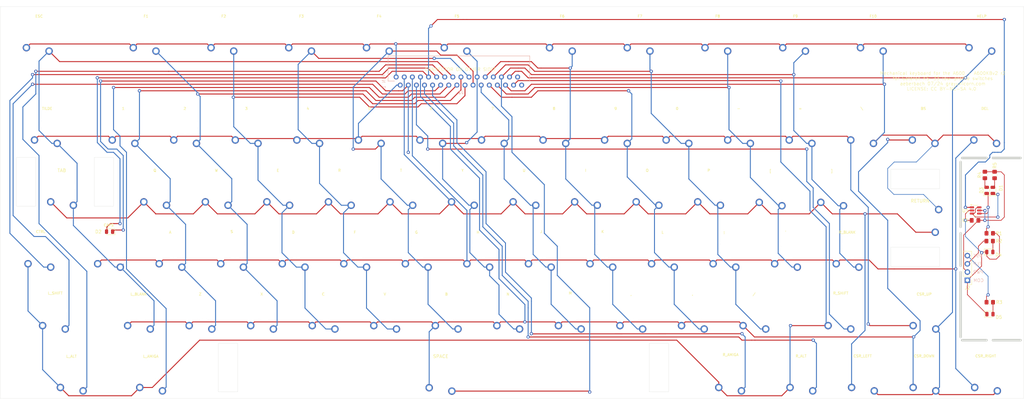
<source format=kicad_pcb>
(kicad_pcb (version 20240108) (generator "pcbnew") (generator_version "8.0")
  (layers (0 "F.Cu" signal) (31 "B.Cu" signal) (34 "B.Paste" user) (35 "F.Paste" user) (36 "B.SilkS" user "B.Silkscreen") (37 "F.SilkS" user "F.Silkscreen") (38 "B.Mask" user) (39 "F.Mask" user) (44 "Edge.Cuts" user))
  (net 0 "")
  (net 1 "/30")
  (net 2 "/6")
  (net 3 "/15")
  (net 4 "Net-(J1-Pin_1)")
  (net 5 "/3")
  (net 6 "/7")
  (net 7 "/8")
  (net 8 "/16")
  (net 9 "/2")
  (net 10 "/10")
  (net 11 "/17")
  (net 12 "/11")
  (net 13 "/18")
  (net 14 "/12")
  (net 15 "/19")
  (net 16 "/13")
  (net 17 "/20")
  (net 18 "/14")
  (net 19 "/21")
  (net 20 "/22")
  (net 21 "/23")
  (net 22 "/24")
  (net 23 "/25")
  (net 24 "/26")
  (net 25 "/27")
  (net 26 "/28")
  (net 27 "/29")
  (net 28 "Net-(D1-A)")
  (net 31 "Net-(J1-Pin_5)")
  (net 32 "Net-(D3-A)")
  (net 33 "Net-(D3-K)")
  (net 34 "Net-(D4-A)")
  (net 35 "Net-(D5-A)")
  (net 36 "Net-(J2-Pin_2)")
  (net 37 "Net-(J2-Pin_3)")
  (net 38 "Net-(J2-Pin_4)")
  (net 39 "Net-(D4-K)")
  (net 40 "Net-(D1-K)")
  (net 41 "CAPS_LOCK")
  (net 42 "CAPS_GND")
  (footprint "Amiga Keyboard:Gateron-KS33-Solderable-1.25U" (layer "F.Cu") (at 87.5 154.9)
    (property "Reference" "MX36")
    (property "Value" "L_AMIGA")
  )
  (footprint "Resistor_SMD:R_0805_2012Metric_Pad1.20x1.40mm_HandSolder" (layer "F.Cu") (at 347 94 90)
    (property "Reference" "R5")
    (property "Value" "CAPS" (hide yes))
  )
  (footprint "Amiga Keyboard:Gateron-KS33-Solderable-1U" (layer "F.Cu") (at 326.25 154.9)
    (property "Reference" "MX78")
    (property "Value" "CSR_DOWN")
  )
  (footprint "Amiga Keyboard:Gateron-KS33-Solderable-1.25U" (layer "F.Cu") (at 262 50)
    (property "Reference" "MX60")
    (property "Value" "F8")
  )
  (footprint "Amiga Keyboard:Gateron-KS33-Solderable-1U" (layer "F.Cu") (at 269 78.5)
    (property "Reference" "MX61")
    (property "Value" "-")
  )
  (footprint "Amiga Keyboard:Gateron-KS33-Solderable-1U" (layer "F.Cu") (at 197.75 135.8)
    (property "Reference" "MX41")
    (property "Value" "N")
  )
  (footprint "Amiga Keyboard:Gateron-KS33-Solderable-1U" (layer "F.Cu") (at 159.75 135.8)
    (property "Reference" "MX29")
    (property "Value" "V")
  )
  (footprint "Amiga Keyboard:Gateron-KS33-Solderable-1U" (layer "F.Cu") (at 297.75 97.746569)
    (property "Reference" "MX66")
    (property "Value" "]")
  )
  (footprint "Amiga Keyboard:Gateron-KS33-Solderable-1U" (layer "F.Cu") (at 264.5 116.7)
    (property "Reference" "MX58")
    (property "Value" ";")
  )
  (footprint "Amiga Keyboard:Gateron-KS33-Solderable-1.5U" (layer "F.Cu") (at 55 78.5)
    (property "Reference" "MX3")
    (property "Value" "TILDE")
  )
  (footprint "Amiga Keyboard:Gateron-KS33-Solderable-1U" (layer "F.Cu") (at 307.25 154.9)
    (property "Reference" "MX76")
    (property "Value" "CSR_LEFT")
  )
  (footprint "Gateron_KS33_Solderable:Gateron-KS33-Solderable-1U" (layer "F.Cu") (at 112.5 116.7)
    (property "Reference" "MX16")
    (property "Value" "S")
  )
  (footprint "Amiga Keyboard:Gateron-KS33-Solderable-1U" (layer "F.Cu") (at 140.75 135.8)
    (property "Reference" "MX23")
    (property "Value" "C")
  )
  (footprint "Amiga Keyboard:Gateron-KS33-Solderable-1.25U" (layer "F.Cu") (at 266.25 154.9)
    (property "Reference" "MX12")
    (property "Value" "R_AMIGA")
  )
  (footprint "Amiga Keyboard:Gateron-KS33-Solderable-1U" (layer "F.Cu") (at 136 78.5)
    (property "Reference" "MX26")
    (property "Value" "4")
  )
  (footprint "Amiga Keyboard:Gateron-KS33-Solderable-1U" (layer "F.Cu") (at 307 78.5)
    (property "Reference" "MX70")
    (property "Value" "\\")
  )
  (footprint "Amiga Keyboard:Gateron-KS-33-2U-stabilizer" (layer "F.Cu") (at 60 97.6)
    (property "Reference" "MX4" (hide yes))
    (property "Value" "TAB")
    (fp_rect (start -15 -9) (end -9 6) (stroke (width 0.05)) (fill none) (layer "Edge.Cuts"))
    (fp_rect (start 9 -9) (end 15 6) (stroke (width 0.05)) (fill none) (layer "Edge.Cuts"))
  )
  (footprint "Amiga Keyboard:Gateron-KS33-Solderable-1U" (layer "F.Cu") (at 273.75 135.8)
    (property "Reference" "MX59")
    (property "Value" "/")
  )
  (footprint "Amiga Keyboard:Gateron-KS33-Solderable-1U" (layer "F.Cu") (at 259.75 97.6)
    (property "Reference" "MX57")
    (property "Value" "P")
  )
  (footprint "Amiga Keyboard:Gateron-KS33-Solderable-1.25U" (layer "F.Cu") (at 214 50)
    (property "Reference" "MX46")
    (property "Value" "F6")
  )
  (footprint "Amiga Keyboard:Gateron-KS33-Solderable-1U" (layer "F.Cu") (at 245.5 116.7)
    (property "Reference" "MX53")
    (property "Value" "L")
  )
  (footprint "Amiga Keyboard:Gateron-KS33-Solderable-1U" (layer "F.Cu") (at 345 78.5)
    (property "Reference" "MX72")
    (property "Value" "DEL")
  )
  (footprint "Gateron_KS33_Solderable:Gateron-KS33-Solderable-1U" (layer "F.Cu") (at 207.5 116.7)
    (property "Reference" "MX44")
    (property "Value" "J")
  )
  (footprint "MountingHole:MountingHole_3.2mm_M3" (layer "F.Cu") (at 259 74)
    (property "Reference" "REF**" (hide yes))
    (property "Value" "MountingHole_3.2mm_M3" (hide yes))
  )
  (footprint "Amiga Keyboard:Gateron-KS33-Solderable-1U" (layer "F.Cu") (at 326 78.5)
    (property "Reference" "MX73")
    (property "Value" "BS")
  )
  (footprint "Amiga Keyboard:Gateron-KS33-Solderable-1U" (layer "F.Cu") (at 164.75 97.6)
    (property "Reference" "MX33")
    (property "Value" "T")
  )
  (footprint "Amiga Keyboard:Gateron-KS33-Solderable-1U" (layer "F.Cu") (at 145.75 97.6)
    (property "Reference" "MX27")
    (property "Value" "R")
  )
  (footprint "LED_SMD:LED_0805_2012Metric" (layer "F.Cu") (at 345.565888 136.961859)
    (property "Reference" "D5")
    (property "Value" "DISK LED (GREEN)" (hide yes))
  )
  (footprint "Connector_PinHeader_2.54mm:PinHeader_1x04_P2.54mm_Vertical" (layer "F.Cu") (at 338.606726 126.508933 180)
    (property "Reference" "J2")
    (property "Value" "LED HDR" (hide yes))
  )
  (footprint "Amiga Keyboard:KS-33-8U-space" (layer "F.Cu") (at 176.5 154.9)
    (property "Reference" "MX68" (hide yes))
    (property "Value" "SPACE")
    (fp_rect (start -69.14825 -8.925) (end -63.14825 6.075) (stroke (width 0.05)) (fill none) (layer "Edge.Cuts"))
    (fp_rect (start 63.85175 -8.925) (end 69.85175 6.075) (stroke (width 0.05)) (fill none) (layer "Edge.Cuts"))
  )
  (footprint "Resistor_SMD:R_0805_2012Metric_Pad1.20x1.40mm_HandSolder" (layer "F.Cu") (at 345.511041 133.277331)
    (property "Reference" "R3")
    (property "Value" "DISK" (hide yes))
  )
  (footprint "Amiga Keyboard:KS-33-ISO-2U-stabilizer" (layer "F.Cu") (at 324 107.25)
    (property "Reference" "MX71" (hide yes))
    (property "Value" "RETURN")
    (fp_rect (start -9 -15) (end 6 -9) (stroke (width 0.05)) (fill none) (layer "Edge.Cuts"))
    (fp_rect (start -9 9) (end 6 15) (stroke (width 0.05)) (fill none) (layer "Edge.Cuts"))
  )
  (footprint "Amiga Keyboard:Gateron-KS33-Solderable-1.25U" (layer "F.Cu") (at 181.5 50)
    (property "Reference" "MX37")
    (property "Value" "F5")
  )
  (footprint "Amiga Keyboard:Gateron-KS33-Solderable-1U" (layer "F.Cu") (at 74.5 116.7)
    (property "Reference" "MX5")
    (property "Value" "CAPS")
  )
  (footprint "Amiga Keyboard:Gateron-KS33-Solderable-1U" (layer "F.Cu") (at 288.25 154.9)
    (property "Reference" "MX7")
    (property "Value" "R_ALT")
  )
  (footprint "Amiga Keyboard:Gateron-KS33-Solderable-1.25U" (layer "F.Cu") (at 53 116.7)
    (property "Reference" "MX18")
    (property "Value" "CTRL")
  )
  (footprint "Amiga Keyboard:Gateron-KS33-Solderable-1U" (layer "F.Cu") (at 240.75 97.6)
    (property "Reference" "MX52")
    (property "Value" "O")
  )
  (footprint "Amiga Keyboard:Gateron-KS33-Solderable-1.25U" (layer "F.Cu") (at 63 154.9)
    (property "Reference" "MX30")
    (property "Value" "L_ALT")
  )
  (footprint "Amiga Keyboard:Gateron-KS33-Solderable-1.75U" (layer "F.Cu") (at 300 135.8)
    (property "Reference" "MX1")
    (property "Value" "R_SHIFT")
  )
  (footprint "Amiga Keyboard:Gateron-KS33-Solderable-1U" (layer "F.Cu") (at 107.75 97.6)
    (property "Reference" "MX15")
    (property "Value" "W")
  )
  (footprint "Amiga Keyboard:Gateron-KS33-Solderable-1U" (layer "F.Cu") (at 235.75 135.8)
    (property "Reference" "MX50")
    (property "Value" ",")
  )
  (footprint "Amiga Keyboard:Gateron-KS33-Solderable-1.75U" (layer "F.Cu") (at 57.5 135.8)
    (property "Reference" "MX24")
    (property "Value" "L_SHIFT")
  )
  (footprint "LED_SMD:LED_0805_2012Metric" (layer "F.Cu") (at 344.551296 98.750598 90)
    (property "Reference" "D3")
    (property "Value" "POWER LED (RED)" (hide yes))
  )
  (footprint "Amiga Keyboard:Gateron-KS33-Solderable-1U" (layer "F.Cu") (at 193 78.5)
    (property "Reference" "MX42")
    (property "Value" "7")
  )
  (footprint "Amiga Keyboard:Gateron-KS33-Solderable-1.25U" (layer "F.Cu") (at 133.5 50)
    (property "Reference" "MX25")
    (property "Value" "F3")
  )
  (footprint "Amiga Keyboard:Gateron-KS33-Solderable-1U" (layer "F.Cu") (at 221.75 97.6)
    (property "Reference" "MX48")
    (property "Value" "I")
  )
  (footprint "LED_SMD:LED_0805_2012Metric" (layer "F.Cu") (at 73.776961 111.490353 180)
    (property "Reference" "D2")
    (property "Value" "CAPS LED 2")
  )
  (footprint "Capacitor_SMD:C_0805_2012Metric_Pad1.18x1.45mm_HandSolder" (layer "F.Cu") (at 340.9625 108 180)
    (property "Reference" "C1")
    (property "Value" ".01uF" (hide yes))
  )
  (footprint "Amiga Keyboard:Gateron-KS33-Solderable-1.25U" (layer "F.Cu") (at 157.5 50)
    (property "Reference" "MX31")
    (property "Value" "F4")
  )
  (footprint "Amiga Keyboard:Gateron-KS33-Solderable-1U" (layer "F.Cu") (at 250 78.5)
    (property "Reference" "MX56")
    (property "Value" "0")
  )
  (footprint "Amiga Keyboard:Gateron-KS33-Solderable-1.25U" (layer "F.Cu") (at 310 50)
    (property "Reference" "MX69")
    (property "Value" "F10")
  )
  (footprint "Amiga Keyboard:Gateron-KS33-Solderable-1U" (layer "F.Cu") (at 88.75 97.6)
    (property "Reference" "MX9")
    (property "Value" "Q")
  )
  (footprint "Amiga Keyboard:Gateron-KS33-Solderable-1U" (layer "F.Cu") (at 202.75 97.6)
    (property "Reference" "MX43")
    (property "Value" "U")
  )
  (footprint "Gateron_KS33_Solderable:Gateron-KS33-Solderable-1U" (layer "F.Cu") (at 226.5 116.7)
    (property "Reference" "MX49")
    (property "Value" "K")
  )
  (footprint "Resistor_SMD:R_0805_2012Metric_Pad1.20x1.40mm_HandSolder" (layer "F.Cu") (at 345.5 112)
    (property "Reference" "R1")
    (property "Value" "0R" (hide yes))
  )
  (footprint "Amiga Keyboard:Gateron-KS33-Solderable-1U" (layer "F.Cu") (at 288 78.5)
    (property "Reference" "MX65")
    (property "Value" "=")
  )
  (footprint "Amiga Keyboard:Gateron-KS33-Solderable-1U" (layer "F.Cu") (at 169.5 116.7)
    (property "Reference" "MX34")
    (property "Value" "G")
  )
  (footprint "Amiga Keyboard:Gateron-KS33-Solderable-1U" (layer "F.Cu") (at 174 78.5)
    (property "Reference" "MX38")
    (property "Value" "6")
  )
  (footprint "Amiga Keyboard:Gateron-KS33-Solderable-1U" (layer "F.Cu") (at 188.5 116.7)
    (property "Reference" "MX40")
    (property "Value" "H")
  )
  (footprint "LED_SMD:LED_0805_2012Metric" (layer "F.Cu") (at 345.524349 117.770853)
    (property "Reference" "D4")
    (property "Value" "FLOPPY LED (ORANGE)" (hide yes))
  )
  (footprint "Amiga Keyboard:Gateron-KS33-Solderable-1U" (layer "F.Cu") (at 126.75 97.6)
    (property "Reference" "MX21")
    (property "Value" "E")
  )
  (footprint "Amiga Keyboard:Gateron-KS33-Solderable-1U" (layer "F.Cu") (at 278.75 97.75)
    (property "Reference" "MX62")
    (property "Value" "[")
  )
  (footprint "Amiga Keyboard:Gateron-KS33-Solderable-1U" (layer "F.Cu") (at 283.5 116.7)
    (property "Reference" "MX63")
    (property "Value" "'")
  )
  (footprint "Amiga Keyboard:Gateron-KS33-Solderable-1.25U" (layer "F.Cu") (at 85.5 50)
    (property "Reference" "MX13")
    (property "Value" "F1")
  )
  (footprint "Amiga Keyboard:Gateron-KS33-Solderable-1U" (layer "F.Cu") (at 93.5 116.7)
    (property "Reference" "MX10")
    (property "Value" "A")
  )
  (footprint "Amiga Keyboard:Gateron-KS33-Solderable-1.25U" (layer "F.Cu") (at 238 50)
    (property "Reference" "MX55")
    (property "Value" "F7")
  )
  (footprint "Amiga Keyboard:Gateron-KS33-Solderable-1U" (layer "F.Cu") (at 98 78.5)
    (property "Reference" "MX14")
    (property "Value" "2")
  )
  (footprint "Amiga Keyboard:Gateron-KS33-Solderable-1U" (layer "F.Cu") (at 155 78.5)
    (property "Reference" "MX32")
    (property "Value" "5")
  )
  (footprint "Amiga Keyboard:Gateron-KS33-Solderable-1U" (layer "F.Cu") (at 117 78.5)
    (property "Reference" "MX20")
    (property "Value" "3")
  )
  (footprint "Resistor_SMD:R_0805_2012Metric_Pad1.20x1.40mm_HandSolder" (layer "F.Cu") (at 344 94 90)
    (property "Reference" "R4")
    (property "Value" "POWER" (hide yes))
  )
  (footprint "Amiga Keyboard:Gateron-KS33-Solderable-1U" (layer "F.Cu") (at 79 78.5)
    (property "Reference" "MX8")
    (property "Value" "1")
  )
  (footprint "Amiga Keyboard:Gateron-KS33-Solderable-1U" (layer "F.Cu") (at 302.5 116.7)
    (property "Reference" "MX67")
    (property "Value" "R_BLANK")
  )
  (footprint "Amiga Keyboard:Gateron-KS33-Solderable-1.25U" (layer "F.Cu") (at 52.5 50)
    (property "Reference" "MX2")
    (property "Value" "ESC")
  )
  (footprint "Resistor_SMD:R_0805_2012Metric_Pad1.20x1.40mm_HandSolder" (layer "F.Cu") (at 345.476039 114.396888)
    (property "Reference" "R2")
    (property "Value" "FLOPPY" (hide yes))
  )
  (footprint "Amiga Keyboard:Gateron-KS33-Solderable-1.25U" (layer "F.Cu") (at 109.5 50)
    (property "Reference" "MX19")
    (property "Value" "F2")
  )
  (footprint "Amiga Keyboard:Gateron-KS33-Solderable-1U" (layer "F.Cu") (at 326.25 135.8)
    (property "Reference" "MX75")
    (property "Value" "CSR_UP")
  )
  (footprint "Amiga Keyboard:Gateron-KS33-Solderable-1.25U" (layer "F.Cu") (at 343.5 50)
    (property "Reference" "MX74")
    (property "Value" "HELP")
  )
  (footprint "Amiga Keyboard:Gateron-KS33-Solderable-1U" (layer "F.Cu") (at 212 78.5)
    (property "Reference" "MX47")
    (property "Value" "8")
  )
  (footprint "Amiga Keyboard:Gateron-KS33-Solderable-1U" (layer "F.Cu") (at 131.5 116.7)
    (property "Reference" "MX22")
    (property "Value" "D")
  )
  (footprint "Amiga Keyboard:Gateron-KS33-Solderable-1U" (layer "F.Cu") (at 345.25 154.9)
    (property "Reference" "MX77")
    (property "Value" "CSR_RIGHT")
  )
  (footprint "Package_TO_SOT_SMD:SOT-23-6" (layer "F.Cu") (at 341.1375 104.95)
    (property "Reference" "U1")
    (property "Value" "74LVC2GU04" (hide yes))
  )
  (footprint "Gateron_KS33_Solderable:Gateron-KS33-Solderable-1U" (layer "F.Cu") (at 216.75 135.8)
    (property "Reference" "MX45")
    (property "Value" "M")
  )
  (footprint "Amiga Keyboard:Gateron-KS33-Solderable-1U" (layer "F.Cu") (at 150.5 116.7)
    (property "Reference" "MX28")
    (property "Value" "F")
  )
  (footprint "LED_SMD:LED_0805_2012Metric" (layer "F.Cu") (at 346.463297 98.750598 90)
    (property "Reference" "D1")
    (property "Value" "CAPS LED (BLUE)" (hide yes))
  )
  (footprint "Amiga Keyboard:Gateron-KS33-Solderable-1.25U" (layer "F.Cu") (at 286 50)
    (property "Reference" "MX64")
    (property "Value" "F9")
  )
  (footprint "Amiga Keyboard:Gateron-KS33-Solderable-1U" (layer "F.Cu") (at 83.75 135.8)
    (property "Reference" "MX6")
    (property "Value" "L_BLANK")
  )
  (footprint "Amiga Keyboard:Gateron-KS33-Solderable-1U" (layer "F.Cu") (at 183.75 97.6)
    (property "Reference" "MX39")
    (property "Value" "Y")
  )
  (footprint "Amiga Keyboard:Gateron-KS33-Solderable-1U" (layer "F.Cu") (at 102.75 135.8)
    (property "Reference" "MX11")
    (property "Value" "Z")
  )
  (footprint "Amiga Keyboard:Gateron-KS33-Solderable-1U" (layer "F.Cu") (at 254.75 135.8)
    (property "Reference" "MX54")
    (property "Value" ".")
  )
  (footprint "Amiga Keyboard:Gateron-KS33-Solderable-1U" (layer "F.Cu") (at 121.75 135.8)
    (property "Reference" "MX17")
    (property "Value" "X")
  )
  (footprint "Amiga Keyboard:Gateron-KS33-Solderable-1U" (layer "F.Cu") (at 178.75 135.8)
    (property "Reference" "MX35")
    (property "Value" "B")
  )
  (footprint "Amiga Keyboard:Gateron-KS33-Solderable-1U" (layer "F.Cu") (at 231 78.5)
    (property "Reference" "MX51")
    (property "Value" "9")
  )
  (footprint "Amiga_FFC:FFC-1.25mm-RA-5204403245" (layer "B.Cu") (at 181 65)
    (property "Reference" "J1")
    (property "Value" "32 FFC")
  )
  (gr_line (start 336.5 110) (end 336.5 90) (stroke (width 0.8)) (layer "Edge.Cuts"))
  (gr_line (start 355 145) (end 346.5 145) (stroke (width 0.8)) (layer "Edge.Cuts"))
  (gr_line (start 336.5 122) (end 336.5 112) (stroke (width 0.8)) (layer "Edge.Cuts"))
  (gr_line (start 356 163) (end 356 42) (stroke (width 0.05)) (layer "Edge.Cuts"))
  (gr_line (start 40 42) (end 40 163) (stroke (width 0.05)) (layer "Edge.Cuts"))
  (gr_line (start 40 163) (end 356 163) (stroke (width 0.05)) (layer "Edge.Cuts"))
  (gr_line (start 344.5 145) (end 337 145) (stroke (width 0.8)) (layer "Edge.Cuts"))
  (gr_line (start 40 42) (end 356 42) (stroke (width 0.05)) (layer "Edge.Cuts"))
  (gr_line (start 337 88.75) (end 344.5 88.75) (stroke (width 0.8)) (layer "Edge.Cuts"))
  (gr_line (start 336.5 144) (end 336.5 124) (stroke (width 0.8)) (layer "Edge.Cuts"))
  (gr_line (start 346.5 88.75) (end 355 88.75) (stroke (width 0.8)) (layer "Edge.Cuts"))
  (gr_text "DSK" (at 343.350565 119.462575 0) (layer "B.SilkS") (effects (font (size 1 1) (thickness 0.1)) (justify left bottom mirror)))
  (gr_text "PWR" (at 343.630801 124.569287 0) (layer "B.SilkS") (effects (font (size 1 1) (thickness 0.1)) (justify left bottom mirror)))
  (gr_text "FLP" (at 343.116855 122.100161 0) (layer "B.SilkS") (effects (font (size 1 1) (thickness 0.1)) (justify left bottom mirror)))
  (gr_text "COM" (at 343.700033 127.130857 0) (layer "B.SilkS") (effects (font (size 1 1) (thickness 0.1)) (justify left bottom mirror)))
  (gr_text "PIN 1" (at 159 63 90) (layer "B.SilkS") (effects (font (size 1 1) (thickness 0.1)) (justify left bottom mirror)))
  (gr_text "CONNECTOR ON OTHER SIDE!" (at 171 62 0) (layer "F.SilkS") (effects (font (size 1 1) (thickness 0.1)) (justify left bottom)))
  (gr_text "Mechanical keyboard for the A600 - A600KBv2 r2\nfor Gateron KS-33 low-profile switches\naeberbach 07/24 grayunicorn.com\nLICENSE: CC BY-NC-SA 4.0 " (at 331 68 0) (layer "F.SilkS") (effects (font (size 1 1) (thickness 0.1)) (justify bottom)))
  (segment (start 80.55 162.15) (end 83.1 159.6) (width 0.3) (layer "F.Cu") (net 1))
  (segment (start 261.85 157.973655) (end 261.85 159.6) (width 0.3) (layer "F.Cu") (net 1))
  (segment (start 61.15 162.15) (end 80.55 162.15) (width 0.3) (layer "F.Cu") (net 1))
  (segment (start 86.97193 159.6) (end 101.57193 145) (width 0.3) (layer "F.Cu") (net 1))
  (segment (start 83.1 159.6) (end 86.97193 159.6) (width 0.3) (layer "F.Cu") (net 1))
  (segment (start 101.57193 145) (end 248.876345 145) (width 0.3) (layer "F.Cu") (net 1))
  (segment (start 58.6 159.6) (end 61.15 162.15) (width 0.3) (layer "F.Cu") (net 1))
  (segment (start 199.888 64.862) (end 280.862 64.862) (width 0.3) (layer "F.Cu") (net 1))
  (segment (start 198.5 66.25) (end 199.888 64.862) (width 0.3) (layer "F.Cu") (net 1))
  (segment (start 280.862 64.862) (end 281 65) (width 0.3) (layer "F.Cu") (net 1))
  (segment (start 261.85 159.6) (end 264.4 162.15) (width 0.3) (layer "F.Cu") (net 1))
  (segment (start 295.6 140.5) (end 284 140.5) (width 0.3) (layer "F.Cu") (net 1))
  (segment (start 281.3 162.15) (end 283.85 159.6) (width 0.3) (layer "F.Cu") (net 1))
  (segment (start 248.876345 145) (end 261.85 157.973655) (width 0.3) (layer "F.Cu") (net 1))
  (segment (start 264.4 162.15) (end 281.3 162.15) (width 0.3) (layer "F.Cu") (net 1))
  (via (at 281 65) (size 1) (drill 0.5) (layers "F.Cu" "B.Cu") (net 1))
  (via (at 284 140.5) (size 1) (drill 0.5) (layers "F.Cu" "B.Cu") (net 1))
  (segment (start 281 90) (end 290 99) (width 0.3) (layer "B.Cu") (net 1))
  (segment (start 290 99) (end 290 105) (width 0.3) (layer "B.Cu") (net 1))
  (segment (start 53.1 154.1) (end 53.1 140.5) (width 0.3) (layer "B.Cu") (net 1))
  (segment (start 283.85 140.65) (end 284 140.5) (width 0.3) (layer "B.Cu") (net 1))
  (segment (start 281 65) (end 281 90) (width 0.3) (layer "B.Cu") (net 1))
  (segment (start 58.6 159.6) (end 53.1 154.1) (width 0.3) (layer "B.Cu") (net 1))
  (segment (start 290 105) (end 295 110) (width 0.3) (layer "B.Cu") (net 1))
  (segment (start 295 139.9) (end 295.6 140.5) (width 0.3) (layer "B.Cu") (net 1))
  (segment (start 53.1 140.5) (end 48.6 136) (width 0.3) (layer "B.Cu") (net 1))
  (segment (start 283.85 159.6) (end 283.85 140.65) (width 0.3) (layer "B.Cu") (net 1))
  (segment (start 48.6 136) (end 48.6 121.4) (width 0.3) (layer "B.Cu") (net 1))
  (segment (start 295 110) (end 295 139.9) (width 0.3) (layer "B.Cu") (net 1))
  (segment (start 172 86) (end 289 86) (width 0.3) (layer "F.Cu") (net 2))
  (via (at 172 86) (size 1) (drill 0.5) (layers "F.Cu" "B.Cu") (net 2))
  (via (at 289 86) (size 1) (drill 0.5) (layers "F.Cu" "B.Cu") (net 2))
  (segment (start 171 81) (end 172 82) (width 0.3) (layer "B.Cu") (net 2))
  (segment (start 289 86) (end 289 96) (width 0.3) (layer "B.Cu") (net 2))
  (segment (start 289 96) (end 291 98) (width 0.3) (layer "B.Cu") (net 2))
  (segment (start 296 137) (end 300.55 141.55) (width 0.3) (layer "B.Cu") (net 2))
  (segment (start 168.5 78.5) (end 171 81) (width 0.3) (layer "B.Cu") (net 2))
  (segment (start 296 109) (end 296 137) (width 0.3) (layer "B.Cu") (net 2))
  (segment (start 300.55 141.55) (end 302.6 141.55) (width 0.3) (layer "B.Cu") (net 2))
  (segment (start 168.5 66.25) (end 168.5 78.5) (width 0.3) (layer "B.Cu") (net 2))
  (segment (start 291 98) (end 291 104) (width 0.3) (layer "B.Cu") (net 2))
  (segment (start 291 104) (end 296 109) (width 0.3) (layer "B.Cu") (net 2))
  (segment (start 172 82) (end 172 86) (width 0.3) (layer "B.Cu") (net 2))
  (segment (start 58.35 59) (end 55.1 55.75) (width 0.3) (layer "F.Cu") (net 3))
  (segment (start 179.75 63.75) (end 175 59) (width 0.3) (layer "F.Cu") (net 3))
  (segment (start 175 59) (end 58.35 59) (width 0.3) (layer "F.Cu") (net 3))
  (segment (start 77.1 122.45) (end 75.473655 122.45) (width 0.3) (layer "B.Cu") (net 3))
  (segment (start 75.473655 122.45) (end 62.6 109.576345) (width 0.3) (layer "B.Cu") (net 3))
  (segment (start 86.35 141.55) (end 87.5 140.4) (width 0.3) (layer "B.Cu") (net 3))
  (segment (start 52 58.85) (end 55.1 55.75) (width 0.3) (layer "B.Cu") (net 3))
  (segment (start 87.5 132.85) (end 77.1 122.45) (width 0.3) (layer "B.Cu") (net 3))
  (segment (start 77.1 122.45) (end 78 121.55) (width 0.3) (layer "B.Cu") (net 3))
  (segment (start 55.973655 84.25) (end 52 80.276345) (width 0.3) (layer "B.Cu") (net 3))
  (segment (start 63.75 102.2) (end 62.6 103.35) (width 0.3) (layer "B.Cu") (net 3))
  (segment (start 63.75 90.4) (end 63.75 102.2) (width 0.3) (layer "B.Cu") (net 3))
  (segment (start 87.5 140.4) (end 87.5 132.85) (width 0.3) (layer "B.Cu") (net 3))
  (segment (start 52 80.276345) (end 52 58.85) (width 0.3) (layer "B.Cu") (net 3))
  (segment (start 57.6 84.25) (end 63.75 90.4) (width 0.3) (layer "B.Cu") (net 3))
  (segment (start 57.6 84.25) (end 55.973655 84.25) (width 0.3) (layer "B.Cu") (net 3))
  (segment (start 62.6 109.576345) (end 62.6 103.35) (width 0.3) (layer "B.Cu") (net 3))
  (segment (start 178.25 53.55) (end 177.1 54.7) (width 0.3) (layer "F.Cu") (net 4))
  (segment (start 233.6 54.7) (end 232.45 53.55) (width 0.3) (layer "F.Cu") (net 4))
  (segment (start 256.45 53.55) (end 234.75 53.55) (width 0.3) (layer "F.Cu") (net 4))
  (segment (start 304.45 53.55) (end 282.75 53.55) (width 0.3) (layer "F.Cu") (net 4))
  (segment (start 306.75 53.55) (end 305.6 54.7) (width 0.3) (layer "F.Cu") (net 4))
  (segment (start 162.094313 53.55) (end 154.25 53.55) (width 0.3) (layer "F.Cu") (net 4))
  (segment (start 282.75 53.55) (end 281.6 54.7) (width 0.3) (layer "F.Cu") (net 4))
  (segment (start 162.162661 53.55) (end 162.128487 53.515826) (width 0.3) (layer "F.Cu") (net 4))
  (segment (start 162.128487 53.515826) (end 162.094313 53.55) (width 0.3) (layer "F.Cu") (net 4))
  (segment (start 281.6 54.7) (end 280.45 53.55) (width 0.3) (layer "F.Cu") (net 4))
  (segment (start 129.1 54.7) (end 127.95 53.55) (width 0.3) (layer "F.Cu") (net 4))
  (segment (start 208.45 53.55) (end 178.25 53.55) (width 0.3) (layer "F.Cu") (net 4))
  (segment (start 209.6 54.7) (end 208.45 53.55) (width 0.3) (layer "F.Cu") (net 4))
  (segment (start 103.95 53.55) (end 82.25 53.55) (width 0.3) (layer "F.Cu") (net 4))
  (segment (start 130.25 53.55) (end 129.1 54.7) (width 0.3) (layer "F.Cu") (net 4))
  (segment (start 339.1 54.7) (end 337.95 53.55) (width 0.3) (layer "F.Cu") (net 4))
  (segment (start 105.1 54.7) (end 103.95 53.55) (width 0.3) (layer "F.Cu") (net 4))
  (segment (start 210.75 53.55) (end 209.6 54.7) (width 0.3) (layer "F.Cu") (net 4))
  (segment (start 81.1 54.7) (end 79.95 53.55) (width 0.3) (layer "F.Cu") (net 4))
  (segment (start 49.25 53.55) (end 48.1 54.7) (width 0.3) (layer "F.Cu") (net 4))
  (segment (start 305.6 54.7) (end 304.45 53.55) (width 0.3) (layer "F.Cu") (net 4))
  (segment (start 106.25 53.55) (end 105.1 54.7) (width 0.3) (layer "F.Cu") (net 4))
  (segment (start 258.75 53.55) (end 257.6 54.7) (width 0.3) (layer "F.Cu") (net 4))
  (segment (start 127.95 53.55) (end 106.25 53.55) (width 0.3) (layer "F.Cu") (net 4))
  (segment (start 79.95 53.55) (end 49.25 53.55) (width 0.3) (layer "F.Cu") (net 4))
  (segment (start 151.95 53.55) (end 130.25 53.55) (width 0.3) (layer "F.Cu") (net 4))
  (segment (start 82.25 53.55) (end 81.1 54.7) (width 0.3) (layer "F.Cu") (net 4))
  (segment (start 280.45 53.55) (end 258.75 53.55) (width 0.3) (layer "F.Cu") (net 4))
  (segment (start 257.6 54.7) (end 256.45 53.55) (width 0.3) (layer "F.Cu") (net 4))
  (segment (start 234.75 53.55) (end 233.6 54.7) (width 0.3) (layer "F.Cu") (net 4))
  (segment (start 177.1 54.7) (end 175.95 53.55) (width 0.3) (layer "F.Cu") (net 4))
  (segment (start 175.95 53.55) (end 162.162661 53.55) (width 0.3) (layer "F.Cu") (net 4))
  (segment (start 232.45 53.55) (end 210.75 53.55) (width 0.3) (layer "F.Cu") (net 4))
  (segment (start 154.25 53.55) (end 153.1 54.7) (width 0.3) (layer "F.Cu") (net 4))
  (segment (start 337.95 53.55) (end 306.75 53.55) (width 0.3) (layer "F.Cu") (net 4))
  (segment (start 153.1 54.7) (end 151.95 53.55) (width 0.3) (layer "F.Cu") (net 4))
  (via (at 162.128487 53.515826) (size 1) (drill 0.5) (layers "F.Cu" "B.Cu") (net 4))
  (segment (start 162.25 63.75) (end 162.25 53.637339) (width 0.3) (layer "B.Cu") (net 4))
  (segment (start 162.25 53.637339) (end 162.128487 53.515826) (width 0.3) (layer "B.Cu") (net 4))
  (segment (start 270.8 106) (end 274.35 102.45) (width 0.3) (layer "F.Cu") (net 5))
  (segment (start 156.65 106) (end 160.35 102.3) (width 0.3) (layer "F.Cu") (net 5))
  (segment (start 259.05 106) (end 270.8 106) (width 0.3) (layer "F.Cu") (net 5))
  (segment (start 137.65 106) (end 141.35 102.3) (width 0.3) (layer "F.Cu") (net 5))
  (segment (start 99.65 106) (end 103.35 102.3) (width 0.3) (layer "F.Cu") (net 5))
  (segment (start 164 106) (end 175.65 106) (width 0.3) (layer "F.Cu") (net 5))
  (segment (start 88 105.95) (end 88 106) (width 0.3) (layer "F.Cu") (net 5))
  (segment (start 126.05 106) (end 137.65 106) (width 0.3) (layer "F.Cu") (net 5))
  (segment (start 217.35 102.3) (end 221.05 106) (width 0.3) (layer "F.Cu") (net 5))
  (segment (start 232.65 106) (end 236.35 102.3) (width 0.3) (layer "F.Cu") (net 5))
  (segment (start 160.35 102.3) (end 164 105.95) (width 0.3) (layer "F.Cu") (net 5))
  (segment (start 88 106) (end 99.65 106) (width 0.3) (layer "F.Cu") (net 5))
  (segment (start 289.796569 106) (end 293.35 102.446569) (width 0.3) (layer "F.Cu") (net 5))
  (segment (start 55.6 102.3) (end 60.55 107.25) (width 0.3) (layer "F.Cu") (net 5))
  (segment (start 274.35 102.45) (end 277.9 106) (width 0.3) (layer "F.Cu") (net 5))
  (segment (start 277.9 106) (end 289.796569 106) (width 0.3) (layer "F.Cu") (net 5))
  (segment (start 60.55 107.25) (end 79.4 107.25) (width 0.3) (layer "F.Cu") (net 5))
  (segment (start 322.675 111.675) (end 317 106) (width 0.3) (layer "F.Cu") (net 5))
  (segment (start 240.05 106) (end 251.65 106) (width 0.3) (layer "F.Cu") (net 5))
  (segment (start 194.65 106) (end 198.35 102.3) (width 0.3) (layer "F.Cu") (net 5))
  (segment (start 84.35 102.3) (end 88 105.95) (width 0.3) (layer "F.Cu") (net 5))
  (segment (start 79.4 107.25) (end 84.35 102.3) (width 0.3) (layer "F.Cu") (net 5))
  (segment (start 164 105.95) (end 164 106) (width 0.3) (layer "F.Cu") (net 5))
  (segment (start 296.903431 106) (end 293.35 102.446569) (width 0.3) (layer "F.Cu") (net 5))
  (segment (start 179.35 102.3) (end 183.05 106) (width 0.3) (layer "F.Cu") (net 5))
  (segment (start 141.35 102.3) (end 145.05 106) (width 0.3) (layer "F.Cu") (net 5))
  (segment (start 175.65 106) (end 179.35 102.3) (width 0.3) (layer "F.Cu") (net 5))
  (segment (start 145.05 106) (end 156.65 106) (width 0.3) (layer "F.Cu") (net 5))
  (segment (start 202.05 106) (end 213.65 106) (width 0.3) (layer "F.Cu") (net 5))
  (segment (start 198.35 102.3) (end 202.05 106) (width 0.3) (layer "F.Cu") (net 5))
  (segment (start 122.35 102.3) (end 126.05 106) (width 0.3) (layer "F.Cu") (net 5))
  (segment (start 183.05 106) (end 194.65 106) (width 0.3) (layer "F.Cu") (net 5))
  (segment (start 328.675 111.675) (end 322.675 111.675) (width 0.3) (layer "F.Cu") (net 5))
  (segment (start 118.65 106) (end 122.35 102.3) (width 0.3) (layer "F.Cu") (net 5))
  (segment (start 317 106) (end 296.903431 106) (width 0.3) (layer "F.Cu") (net 5))
  (segment (start 103.35 102.3) (end 107.05 106) (width 0.3) (layer "F.Cu") (net 5))
  (segment (start 213.65 106) (end 217.35 102.3) (width 0.3) (layer "F.Cu") (net 5))
  (segment (start 255.35 102.3) (end 259.05 106) (width 0.3) (layer "F.Cu") (net 5))
  (segment (start 251.65 106) (end 255.35 102.3) (width 0.3) (layer "F.Cu") (net 5))
  (segment (start 221.05 106) (end 232.65 106) (width 0.3) (layer "F.Cu") (net 5))
  (segment (start 236.35 102.3) (end 240.05 106) (width 0.3) (layer "F.Cu") (net 5))
  (segment (start 107.05 106) (end 118.65 106) (width 0.3) (layer "F.Cu") (net 5))
  (via (at 307 106) (size 1) (drill 0.5) (layers "F.Cu" "B.Cu") (net 5))
  (segment (start 302.85 159.6) (end 302.85 146.15) (width 0.3) (layer "B.Cu") (net 5))
  (segment (start 164.75 87.7) (end 179.35 102.3) (width 0.3) (layer "B.Cu") (net 5))
  (segment (start 307 142) (end 307 106) (width 0.3) (layer "B.Cu") (net 5))
  (segment (start 302.85 146.15) (end 307 142) (width 0.3) (layer "B.Cu") (net 5))
  (segment (start 164.75 63.75) (end 164.75 87.7) (width 0.3) (layer "B.Cu") (net 5))
  (segment (start 118.5 139.35) (end 117.35 140.5) (width 0.3) (layer "F.Cu") (net 6))
  (segment (start 99.5 139.35) (end 98.35 140.5) (width 0.3) (layer "F.Cu") (net 6))
  (segment (start 116.2 139.35) (end 99.5 139.35) (width 0.3) (layer "F.Cu") (net 6))
  (segment (start 175.5 139.35) (end 174.35 140.5) (width 0.3) (layer "F.Cu") (net 6))
  (segment (start 98.35 140.5) (end 97.2 139.35) (width 0.3) (layer "F.Cu") (net 6))
  (segment (start 250.35 140.5) (end 249.2 139.35) (width 0.3) (layer "F.Cu") (net 6))
  (segment (start 232.5 139.35) (end 231.35 140.5) (width 0.3) (layer "F.Cu") (net 6))
  (segment (start 211.2 139.35) (end 201.986869 139.35) (width 0.3) (layer "F.Cu") (net 6))
  (segment (start 193.35 140.5) (end 192.2 139.35) (width 0.3) (layer "F.Cu") (net 6))
  (segment (start 201.984079 139.35) (end 194.5 139.35) (width 0.3) (layer "F.Cu") (net 6))
  (segment (start 201.985474 139.348605) (end 201.984079 139.35) (width 0.3) (layer "F.Cu") (net 6))
  (segment (start 192.2 139.35) (end 175.5 139.35) (width 0.3) (layer "F.Cu") (net 6))
  (segment (start 268.2 139.35) (end 251.5 139.35) (width 0.3) (layer "F.Cu") (net 6))
  (segment (start 155.35 140.5) (end 154.2 139.35) (width 0.3) (layer "F.Cu") (net 6))
  (segment (start 272.85 144) (end 322 144) (width 0.3) (layer "F.Cu") (net 6))
  (segment (start 136.35 140.5) (end 135.2 139.35) (width 0.3) (layer "F.Cu") (net 6))
  (segment (start 249.2 139.35) (end 232.5 139.35) (width 0.3) (layer "F.Cu") (net 6))
  (segment (start 80.5 139.35) (end 79.35 140.5) (width 0.3) (layer "F.Cu") (net 6))
  (segment (start 137.5 139.35) (end 136.35 140.5) (width 0.3) (layer "F.Cu") (net 6))
  (segment (start 212.35 140.5) (end 211.2 139.35) (width 0.3) (layer "F.Cu") (net 6))
  (segment (start 251.5 139.35) (end 250.35 140.5) (width 0.3) (layer "F.Cu") (net 6))
  (segment (start 97.2 139.35) (end 80.5 139.35) (width 0.3) (layer "F.Cu") (net 6))
  (segment (start 269.35 140.5) (end 268.2 139.35) (width 0.3) (layer "F.Cu") (net 6))
  (segment (start 230.2 139.35) (end 213.5 139.35) (width 0.3) (layer "F.Cu") (net 6))
  (segment (start 213.5 139.35) (end 212.35 140.5) (width 0.3) (layer "F.Cu") (net 6))
  (segment (start 156.5 139.35) (end 155.35 140.5) (width 0.3) (layer "F.Cu") (net 6))
  (segment (start 173.2 139.35) (end 156.5 139.35) (width 0.3) (layer "F.Cu") (net 6))
  (segment (start 321.6 83.2) (end 314.2 83.2) (width 0.3) (layer "F.Cu") (net 6))
  (segment (start 269.35 140.5) (end 272.85 144) (width 0.3) (layer "F.Cu") (net 6))
  (segment (start 231.35 140.5) (end 230.2 139.35) (width 0.3) (layer "F.Cu") (net 6))
  (segment (start 201.986869 139.35) (end 201.985474 139.348605) (width 0.3) (layer "F.Cu") (net 6))
  (segment (start 117.35 140.5) (end 116.2 139.35) (width 0.3) (layer "F.Cu") (net 6))
  (segment (start 154.2 139.35) (end 137.5 139.35) (width 0.3) (layer "F.Cu") (net 6))
  (segment (start 174.35 140.5) (end 173.2 139.35) (width 0.3) (layer "F.Cu") (net 6))
  (segment (start 194.5 139.35) (end 193.35 140.5) (width 0.3) (layer "F.Cu") (net 6))
  (segment (start 314.2 83.2) (end 314 83) (width 0.3) (layer "F.Cu") (net 6))
  (segment (start 135.2 139.35) (end 118.5 139.35) (width 0.3) (layer "F.Cu") (net 6))
  (via (at 322 144) (size 1) (drill 0.5) (layers "F.Cu" "B.Cu") (net 6))
  (via (at 314 83) (size 1) (drill 0.5) (layers "F.Cu" "B.Cu") (net 6))
  (via (at 201.985474 139.348605) (size 1) (drill 0.5) (layers "F.Cu" "B.Cu") (net 6))
  (segment (start 305 99) (end 314 108) (width 0.3) (layer "B.Cu") (net 6))
  (segment (start 174.35 140.5) (end 172.45175 142.39825) (width 0.3) (layer "B.Cu") (net 6))
  (segment (start 324 139) (end 324 142) (width 0.3) (layer "B.Cu") (net 6))
  (segment (start 324 142) (end 321.85 144.15) (width 0.3) (layer "B.Cu") (net 6))
  (segment (start 172.45175 142.39825) (end 172.45175 159.675) (width 0.3) (layer "B.Cu") (net 6))
  (segment (start 194 126) (end 202 134) (width 0.3) (layer "B.Cu") (net 6))
  (segment (start 321.85 144.15) (end 321.85 159.6) (width 0.3) (layer "B.Cu") (net 6))
  (segment (start 194 117) (end 194 126) (width 0.3) (layer "B.Cu") (net 6))
  (segment (start 314 84) (end 305 93) (width 0.3) (layer "B.Cu") (net 6))
  (segment (start 179 86) (end 188 95) (width 0.3) (layer "B.Cu") (net 6))
  (segment (start 188 111) (end 194 117) (width 0.3) (layer "B.Cu") (net 6))
  (segment (start 169.75 69.75) (end 179 79) (width 0.3) (layer "B.Cu") (net 6))
  (segment (start 179 79) (end 179 86) (width 0.3) (layer "B.Cu") (net 6))
  (segment (start 169.75 63.75) (end 169.75 69.75) (width 0.3) (layer "B.Cu") (net 6))
  (segment (start 188 95) (end 188 111) (width 0.3) (layer "B.Cu") (net 6))
  (segment (start 314 83) (end 314 84) (width 0.3) (layer "B.Cu") (net 6))
  (segment (start 314 129) (end 324 139) (width 0.3) (layer "B.Cu") (net 6))
  (segment (start 305 93) (end 305 99) (width 0.3) (layer "B.Cu") (net 6))
  (segment (start 314 108) (end 314 129) (width 0.3) (layer "B.Cu") (net 6))
  (segment (start 202 139.334079) (end 201.985474 139.348605) (width 0.3) (layer "B.Cu") (net 6))
  (segment (start 202 134) (end 202 139.334079) (width 0.3) (layer "B.Cu") (net 6))
  (segment (start 203 144) (end 268 144) (width 0.3) (layer "F.Cu") (net 7))
  (segment (start 268 144) (end 269 145) (width 0.3) (layer "F.Cu") (net 7))
  (segment (start 269 145) (end 272 145) (width 0.3) (layer "F.Cu") (net 7))
  (segment (start 273 145) (end 291 145) (width 0.3) (layer "F.Cu") (net 7))
  (segment (start 272 145) (end 273 145) (width 0.3) (layer "F.Cu") (net 7))
  (via (at 203 144) (size 1) (drill 0.5) (layers "F.Cu" "B.Cu") (net 7))
  (via (at 291 145) (size 1) (drill 0.5) (layers "F.Cu" "B.Cu") (net 7))
  (segment (start 292 146) (end 292 159.5) (width 0.3) (layer "B.Cu") (net 7))
  (segment (start 291 145) (end 292 146) (width 0.3) (layer "B.Cu") (net 7))
  (segment (start 171 69) (end 176 74) (width 0.3) (layer "B.Cu") (net 7))
  (segment (start 180 78) (end 180 84) (width 0.3) (layer "B.Cu") (net 7))
  (segment (start 180 84) (end 180 85) (width 0.3) (layer "B.Cu") (net 7))
  (segment (start 195 125) (end 203 133) (width 0.3) (layer "B.Cu") (net 7))
  (segment (start 203 135) (end 203 144) (width 0.3) (layer "B.Cu") (net 7))
  (segment (start 195 116) (end 195 125) (width 0.3) (layer "B.Cu") (net 7))
  (segment (start 292 159.5) (end 290.85 160.65) (width 0.3) (layer "B.Cu") (net 7))
  (segment (start 189 94) (end 189 110) (width 0.3) (layer "B.Cu") (net 7))
  (segment (start 171 66.25) (end 171 69) (width 0.3) (layer "B.Cu") (net 7))
  (segment (start 183 88) (end 189 94) (width 0.3) (layer "B.Cu") (net 7))
  (segment (start 180 85) (end 183 88) (width 0.3) (layer "B.Cu") (net 7))
  (segment (start 203 133) (end 203 135) (width 0.3) (layer "B.Cu") (net 7))
  (segment (start 176 74) (end 180 78) (width 0.3) (layer "B.Cu") (net 7))
  (segment (start 189 110) (end 195 116) (width 0.3) (layer "B.Cu") (net 7))
  (segment (start 152 68) (end 83 68) (width 0.3) (layer "F.Cu") (net 8))
  (segment (start 167 71) (end 156 71) (width 0.3) (layer "F.Cu") (net 8))
  (segment (start 174 70) (end 168 70) (width 0.3) (layer "F.Cu") (net 8))
  (segment (start 156 71) (end 153 68) (width 0.3) (layer "F.Cu") (net 8))
  (segment (start 177.25 70) (end 174 70) (width 0.3) (layer "F.Cu") (net 8))
  (segment (start 153 68) (end 152 68) (width 0.3) (layer "F.Cu") (net 8))
  (segment (start 168 70) (end 167 71) (width 0.3) (layer "F.Cu") (net 8))
  (segment (start 181 66.25) (end 177.25 70) (width 0.3) (layer "F.Cu") (net 8))
  (via (at 83 68) (size 1) (drill 0.5) (layers "F.Cu" "B.Cu") (net 8))
  (segment (start 106.5 140.4) (end 106.5 132.85) (width 0.3) (layer "B.Cu") (net 8))
  (segment (start 97.25 121.3) (end 97.25 109.25) (width 0.3) (layer "B.Cu") (net 8))
  (segment (start 97.25 109.25) (end 91.35 103.35) (width 0.3) (layer "B.Cu") (net 8))
  (segment (start 105.35 141.55) (end 106.5 140.4) (width 0.3) (layer "B.Cu") (net 8))
  (segment (start 92.5 102.2) (end 92.5 95.15) (width 0.3) (layer "B.Cu") (net 8))
  (segment (start 83 82.85) (end 81.6 84.25) (width 0.3) (layer "B.Cu") (net 8))
  (segment (start 106.5 132.85) (end 96.1 122.45) (width 0.3) (layer "B.Cu") (net 8))
  (segment (start 83 68) (end 83 82.85) (width 0.3) (layer "B.Cu") (net 8))
  (segment (start 92.5 95.15) (end 81.6 84.25) (width 0.3) (layer "B.Cu") (net 8))
  (segment (start 96.1 122.45) (end 97.25 121.3) (width 0.3) (layer "B.Cu") (net 8))
  (segment (start 91.35 103.35) (end 92.5 102.2) (width 0.3) (layer "B.Cu") (net 8))
  (segment (start 308.5 140.5) (end 308 140) (width 0.3) (layer "F.Cu") (net 9))
  (segment (start 226.15 82.75) (end 208.05 82.75) (width 0.3) (layer "F.Cu") (net 9))
  (segment (start 75.75 82.05) (end 92.45 82.05) (width 0.3) (layer "F.Cu") (net 9))
  (segment (start 132.05 82.75) (end 131.6 83.2) (width 0.3) (layer "F.Cu") (net 9))
  (segment (start 74.6 83.2) (end 75.75 82.05) (width 0.3) (layer "F.Cu") (net 9))
  (segment (start 168.45 82.05) (end 151.75 82.05) (width 0.3) (layer "F.Cu") (net 9))
  (segment (start 226.6 83.2) (end 226.15 82.75) (width 0.3) (layer "F.Cu") (net 9))
  (segment (start 208.05 82.75) (end 207.6 83.2) (width 0.3) (layer "F.Cu") (net 9))
  (segment (start 111.45 82.05) (end 94.75 82.05) (width 0.3) (layer "F.Cu") (net 9))
  (segment (start 74.6 83.2) (end 73.45 82.05) (width 0.3) (layer "F.Cu") (net 9))
  (segment (start 301.45 82.05) (end 284.75 82.05) (width 0.3) (layer "F.Cu") (net 9))
  (segment (start 246.75 82.05) (end 245.6 83.2) (width 0.3) (layer "F.Cu") (net 9))
  (segment (start 92.45 82.05) (end 93.6 83.2) (width 0.3) (layer "F.Cu") (net 9))
  (segment (start 150.15 82.75) (end 132.05 82.75) (width 0.3) (layer "F.Cu") (net 9))
  (segment (start 169.6 83.2) (end 168.45 82.05) (width 0.3) (layer "F.Cu") (net 9))
  (segment (start 73.45 82.05) (end 51.75 82.05) (width 0.3) (layer "F.Cu") (net 9))
  (segment (start 282.45 82.05) (end 265.75 82.05) (width 0.3) (layer "F.Cu") (net 9))
  (segment (start 206.45 82.05) (end 189.75 82.05) (width 0.3) (layer "F.Cu") (net 9))
  (segment (start 151.75 82.05) (end 150.6 83.2) (width 0.3) (layer "F.Cu") (net 9))
  (segment (start 188.2 83.2) (end 187.75 82.75) (width 0.3) (layer "F.Cu") (net 9))
  (segment (start 244.45 82.05) (end 227.75 82.05) (width 0.3) (layer "F.Cu") (net 9))
  (segment (start 245.6 83.2) (end 244.45 82.05) (width 0.3) (layer "F.Cu") (net 9))
  (segment (start 283.6 83.2) (end 282.45 82.05) (width 0.3) (layer "F.Cu") (net 9))
  (segment (start 113.05 82.75) (end 112.6 83.2) (width 0.3) (layer "F.Cu") (net 9))
  (segment (start 284.75 82.05) (end 283.6 83.2) (width 0.3) (layer "F.Cu") (net 9))
  (segment (start 188.6 83.2) (end 188.2 83.2) (width 0.3) (layer "F.Cu") (net 9))
  (segment (start 302.6 83.2) (end 301.45 82.05) (width 0.3) (layer "F.Cu") (net 9))
  (segment (start 264.6 83.2) (end 263.45 82.05) (width 0.3) (layer "F.Cu") (net 9))
  (segment (start 131.15 82.75) (end 113.05 82.75) (width 0.3) (layer "F.Cu") (net 9))
  (segment (start 131.6 83.2) (end 131.15 82.75) (width 0.3) (layer "F.Cu") (net 9))
  (segment (start 263.45 82.05) (end 246.75 82.05) (width 0.3) (layer "F.Cu") (net 9))
  (segment (start 94.75 82.05) (end 93.6 83.2) (width 0.3) (layer "F.Cu") (net 9))
  (segment (start 51.75 82.05) (end 50.6 83.2) (width 0.3) (layer "F.Cu") (net 9))
  (segment (start 207.6 83.2) (end 206.45 82.05) (width 0.3) (layer "F.Cu") (net 9))
  (segment (start 321.85 140.5) (end 308.5 140.5) (width 0.3) (layer "F.Cu") (net 9))
  (segment (start 170.05 82.75) (end 169.6 83.2) (width 0.3) (layer "F.Cu") (net 9))
  (segment (start 227.75 82.05) (end 226.6 83.2) (width 0.3) (layer "F.Cu") (net 9))
  (segment (start 187.75 82.75) (end 170.05 82.75) (width 0.3) (layer "F.Cu") (net 9))
  (segment (start 112.6 83.2) (end 111.45 82.05) (width 0.3) (layer "F.Cu") (net 9))
  (segment (start 265.75 82.05) (end 264.6 83.2) (width 0.3) (layer "F.Cu") (net 9))
  (segment (start 150.6 83.2) (end 150.15 82.75) (width 0.3) (layer "F.Cu") (net 9))
  (segment (start 189.75 82.05) (end 188.6 83.2) (width 0.3) (layer "F.Cu") (net 9))
  (via (at 308 140) (size 1) (drill 0.5) (layers "F.Cu" "B.Cu") (net 9))
  (segment (start 163.5 66.25) (end 162.42237 66.25) (width 0.3) (layer "B.Cu") (net 9))
  (segment (start 150.6 78.07237) (end 150.6 83.2) (width 0.3) (layer "B.Cu") (net 9))
  (segment (start 308 104) (end 308 140) (width 0.3) (layer "B.Cu") (net 9))
  (segment (start 302.6 98.6) (end 308 104) (width 0.3) (layer "B.Cu") (net 9))
  (segment (start 302.6 83.2) (end 302.6 98.6) (width 0.3) (layer "B.Cu") (net 9))
  (segment (start 162.42237 66.25) (end 150.6 78.07237) (width 0.3) (layer "B.Cu") (net 9))
  (segment (start 204.05 143.05) (end 269 143) (width 0.3) (layer "F.Cu") (net 10))
  (segment (start 204 143) (end 204.05 143.05) (width 0.3) (layer "F.Cu") (net 10))
  (segment (start 269 143) (end 268.95 143.05) (width 0.3) (layer "F.Cu") (net 10))
  (via (at 204 143) (size 1) (drill 0.5) (layers "F.Cu" "B.Cu") (net 10))
  (via (at 269 143) (size 1) (drill 0.5) (layers "F.Cu" "B.Cu") (net 10))
  (segment (start 269 143) (end 270 144) (width 0.3) (layer "B.Cu") (net 10))
  (segment (start 204 132) (end 204 133) (width 0.3) (layer "B.Cu") (net 10))
  (segment (start 270 159.5) (end 268.85 160.65) (width 0.3) (layer "B.Cu") (net 10))
  (segment (start 173.5 69.5) (end 180 76) (width 0.3) (layer "B.Cu") (net 10))
  (segment (start 204 133) (end 204 143) (width 0.3) (layer "B.Cu") (net 10))
  (segment (start 196 115) (end 196 124) (width 0.3) (layer "B.Cu") (net 10))
  (segment (start 181 77) (end 181 84) (width 0.3) (layer "B.Cu") (net 10))
  (segment (start 196 124) (end 204 132) (width 0.3) (layer "B.Cu") (net 10))
  (segment (start 173.5 66.25) (end 173.5 69.5) (width 0.3) (layer "B.Cu") (net 10))
  (segment (start 190 109) (end 191 110) (width 0.3) (layer "B.Cu") (net 10))
  (segment (start 191 110) (end 196 115) (width 0.3) (layer "B.Cu") (net 10))
  (segment (start 180 76) (end 181 77) (width 0.3) (layer "B.Cu") (net 10))
  (segment (start 182 85) (end 190 93) (width 0.3) (layer "B.Cu") (net 10))
  (segment (start 181 84) (end 182 85) (width 0.3) (layer "B.Cu") (net 10))
  (segment (start 270 144) (end 270 159.5) (width 0.3) (layer "B.Cu") (net 10))
  (segment (start 190 93) (end 190 109) (width 0.3) (layer "B.Cu") (net 10))
  (segment (start 182.25 67.75) (end 179 71) (width 0.3) (layer "F.Cu") (net 11))
  (segment (start 182.25 63.75) (end 182.25 67.75) (width 0.3) (layer "F.Cu") (net 11))
  (segment (start 168 72) (end 155 72) (width 0.3) (layer "F.Cu") (net 11))
  (segment (start 152 69) (end 101 69) (width 0.3) (layer "F.Cu") (net 11))
  (segment (start 169 71) (end 168 72) (width 0.3) (layer "F.Cu") (net 11))
  (segment (start 155 72) (end 152 69) (width 0.3) (layer "F.Cu") (net 11))
  (segment (start 179 71) (end 169 71) (width 0.3) (layer "F.Cu") (net 11))
  (via (at 101 69) (size 1) (drill 0.5) (layers "F.Cu" "B.Cu") (net 11))
  (segment (start 101.75 83.1) (end 101.75 69.75) (width 0.3) (layer "B.Cu") (net 11))
  (segment (start 101.75 69.75) (end 101 69) (width 0.3) (layer "B.Cu") (net 11))
  (segment (start 125.5 132.85) (end 125.5 140.4) (width 0.3) (layer "B.Cu") (net 11))
  (segment (start 125.5 140.4) (end 124.35 141.55) (width 0.3) (layer "B.Cu") (net 11))
  (segment (start 101 69) (end 101 68.65) (width 0.3) (layer "B.Cu") (net 11))
  (segment (start 111.5 95.15) (end 111.5 102.2) (width 0.3) (layer "B.Cu") (net 11))
  (segment (start 100.6 84.25) (end 111.5 95.15) (width 0.3) (layer "B.Cu") (net 11))
  (segment (start 111.5 102.2) (end 110.35 103.35) (width 0.3) (layer "B.Cu") (net 11))
  (segment (start 101 68.65) (end 88.1 55.75) (width 0.3) (layer "B.Cu") (net 11))
  (segment (start 101.75 83.1) (end 100.6 84.25) (width 0.3) (layer "B.Cu") (net 11))
  (segment (start 116.25 121.3) (end 115.1 122.45) (width 0.3) (layer "B.Cu") (net 11))
  (segment (start 115.1 122.45) (end 125.5 132.85) (width 0.3) (layer "B.Cu") (net 11))
  (segment (start 110.35 103.35) (end 116.25 109.25) (width 0.3) (layer "B.Cu") (net 11))
  (segment (start 116.25 109.25) (end 116.25 121.3) (width 0.3) (layer "B.Cu") (net 11))
  (segment (start 158 63) (end 160 61) (width 0.3) (layer "F.Cu") (net 12))
  (segment (start 50 63) (end 158 63) (width 0.3) (layer "F.Cu") (net 12))
  (segment (start 160 61) (end 172 61) (width 0.3) (layer "F.Cu") (net 12))
  (segment (start 172 61) (end 174.75 63.75) (width 0.3) (layer "F.Cu") (net 12))
  (via (at 50 63) (size 1) (drill 0.5) (layers "F.Cu" "B.Cu") (net 12))
  (segment (start 50 63) (end 50 64) (width 0.3) (layer "B.Cu") (net 12))
  (segment (start 53.45 122.45) (end 55.6 122.45) (width 0.3) (layer "B.Cu") (net 12))
  (segment (start 50 64) (end 43 71) (width 0.3) (layer "B.Cu") (net 12))
  (segment (start 43 112) (end 53.45 122.45) (width 0.3) (layer "B.Cu") (net 12))
  (segment (start 43 71) (end 43 112) (width 0.3) (layer "B.Cu") (net 12))
  (segment (start 151 70) (end 112 70) (width 0.3) (layer "F.Cu") (net 13))
  (segment (start 183.5 66.25) (end 183.5 69.5) (width 0.3) (layer "F.Cu") (net 13))
  (segment (start 183.5 69.5) (end 182 71) (width 0.3) (layer "F.Cu") (net 13))
  (segment (start 169 73) (end 168 73) (width 0.3) (layer "F.Cu") (net 13))
  (segment (start 170 72) (end 169 73) (width 0.3) (layer "F.Cu") (net 13))
  (segment (start 154 73) (end 151 70) (width 0.3) (layer "F.Cu") (net 13))
  (segment (start 175 72) (end 170 72) (width 0.3) (layer "F.Cu") (net 13))
  (segment (start 181 72) (end 175 72) (width 0.3) (layer "F.Cu") (net 13))
  (segment (start 168 73) (end 155 73) (width 0.3) (layer "F.Cu") (net 13))
  (segment (start 155 73) (end 154 73) (width 0.3) (layer "F.Cu") (net 13))
  (segment (start 182 71) (end 181 72) (width 0.3) (layer "F.Cu") (net 13))
  (via (at 112 70) (size 1) (drill 0.5) (layers "F.Cu" "B.Cu") (net 13))
  (segment (start 112.1 79.1) (end 117.25 84.25) (width 0.3) (layer "B.Cu") (net 13))
  (segment (start 112.1 55.75) (end 112.1 79.1) (width 0.3) (layer "B.Cu") (net 13))
  (segment (start 129.35 103.35) (end 127 105.7) (width 0.3) (layer "B.Cu") (net 13))
  (segment (start 131.45 122.45) (end 134.1 122.45) (width 0.3) (layer "B.Cu") (net 13))
  (segment (start 119.6 84.25) (end 119.6 95.6) (width 0.3) (layer "B.Cu") (net 13))
  (segment (start 134.1 122.45) (end 134.1 135.1) (width 0.3) (layer "B.Cu") (net 13))
  (segment (start 134.1 135.1) (end 140.55 141.55) (width 0.3) (layer "B.Cu") (net 13))
  (segment (start 117.25 84.25) (end 119.6 84.25) (width 0.3) (layer "B.Cu") (net 13))
  (segment (start 119.6 95.6) (end 127.35 103.35) (width 0.3) (layer "B.Cu") (net 13))
  (segment (start 127.35 103.35) (end 129.35 103.35) (width 0.3) (layer "B.Cu") (net 13))
  (segment (start 127 105.7) (end 127 118) (width 0.3) (layer "B.Cu") (net 13))
  (segment (start 140.55 141.55) (end 143.35 141.55) (width 0.3) (layer "B.Cu") (net 13))
  (segment (start 127 118) (end 131.45 122.45) (width 0.3) (layer "B.Cu") (net 13))
  (segment (start 155 66) (end 158 69) (width 0.3) (layer "F.Cu") (net 14))
  (segment (start 158 69) (end 165 69) (width 0.3) (layer "F.Cu") (net 14))
  (segment (start 50 66) (end 155 66) (width 0.3) (layer "F.Cu") (net 14))
  (segment (start 174.25 68) (end 176 66.25) (width 0.3) (layer "F.Cu") (net 14))
  (segment (start 165 69) (end 166 68) (width 0.3) (layer "F.Cu") (net 14))
  (segment (start 166 68) (end 174.25 68) (width 0.3) (layer "F.Cu") (net 14))
  (via (at 50 66) (size 1) (drill 0.5) (layers "F.Cu" "B.Cu") (net 14))
  (segment (start 50 66) (end 44 72) (width 0.3) (layer "B.Cu") (net 14))
  (segment (start 61.25 140.4) (end 60.1 141.55) (width 0.3) (layer "B.Cu") (net 14))
  (segment (start 44 72) (end 44 106.519239) (width 0.3) (layer "B.Cu") (net 14))
  (segment (start 50.480761 113) (end 54 113) (width 0.3) (layer "B.Cu") (net 14))
  (segment (start 44 106.519239) (end 50.480761 113) (width 0.3) (layer "B.Cu") (net 14))
  (segment (start 61.25 120.25) (end 61.25 140.4) (width 0.3) (layer "B.Cu") (net 14))
  (segment (start 54 113) (end 61.25 120.25) (width 0.3) (layer "B.Cu") (net 14))
  (segment (start 138.35 58) (end 136.1 55.75) (width 0.3) (layer "F.Cu") (net 15))
  (segment (start 174 58) (end 138.35 58) (width 0.3) (layer "F.Cu") (net 15))
  (via (at 174 58) (size 1) (drill 0.5) (layers "F.Cu" "B.Cu") (net 15))
  (segment (start 132 59.85) (end 132 80) (width 0.3) (layer "B.Cu") (net 15))
  (segment (start 148.35 103.35) (end 146 105.7) (width 0.3) (layer "B.Cu") (net 15))
  (segment (start 146 105.7) (end 146 118) (width 0.3) (layer "B.Cu") (net 15))
  (segment (start 136.1 55.75) (end 132 59.85) (width 0.3) (layer "B.Cu") (net 15))
  (segment (start 136.25 84.25) (end 138.6 84.25) (width 0.3) (layer "B.Cu") (net 15))
  (segment (start 138.6 96.6) (end 145.35 103.35) (width 0.3) (layer "B.Cu") (net 15))
  (segment (start 153.1 135.1) (end 159.55 141.55) (width 0.3) (layer "B.Cu") (net 15))
  (segment (start 159.55 141.55) (end 162.35 141.55) (width 0.3) (layer "B.Cu") (net 15))
  (segment (start 146 118) (end 150.45 122.45) (width 0.3) (layer "B.Cu") (net 15))
  (segment (start 174 58) (end 179 58) (width 0.3) (layer "B.Cu") (net 15))
  (segment (start 150.45 122.45) (end 153.1 122.45) (width 0.3) (layer "B.Cu") (net 15))
  (segment (start 179 58) (end 184.75 63.75) (width 0.3) (layer "B.Cu") (net 15))
  (segment (start 153.1 122.45) (end 153.1 135.1) (width 0.3) (layer "B.Cu") (net 15))
  (segment (start 145.35 103.35) (end 148.35 103.35) (width 0.3) (layer "B.Cu") (net 15))
  (segment (start 132 80) (end 136.25 84.25) (width 0.3) (layer "B.Cu") (net 15))
  (segment (start 138.6 84.25) (end 138.6 96.6) (width 0.3) (layer "B.Cu") (net 15))
  (segment (start 157 62) (end 156 62) (width 0.3) (layer "F.Cu") (net 16))
  (segment (start 173.5 60) (end 172 60) (width 0.3) (layer "F.Cu") (net 16))
  (segment (start 159 60) (end 157 62) (width 0.3) (layer "F.Cu") (net 16))
  (segment (start 92 62) (end 51 62) (width 0.3) (layer "F.Cu") (net 16))
  (segment (start 172 60) (end 159 60) (width 0.3) (layer "F.Cu") (net 16))
  (segment (start 177.25 63.75) (end 173.5 60) (width 0.3) (layer "F.Cu") (net 16))
  (segment (start 156 62) (end 92 62) (width 0.3) (layer "F.Cu") (net 16))
  (via (at 51 62) (size 1) (drill 0.5) (layers "F.Cu" "B.Cu") (net 16))
  (segment (start 52 109) (end 66.75 123.75) (width 0.3) (layer "B.Cu") (net 16))
  (segment (start 66.75 159.5) (end 65.6 160.65) (width 0.3) (layer "B.Cu") (net 16))
  (segment (start 52 88) (end 52 109) (width 0.3) (layer "B.Cu") (net 16))
  (segment (start 47 83) (end 52 88) (width 0.3) (layer "B.Cu") (net 16))
  (segment (start 66.75 123.75) (end 66.75 159.5) (width 0.3) (layer "B.Cu") (net 16))
  (segment (start 47 73) (end 47 83) (width 0.3) (layer "B.Cu") (net 16))
  (segment (start 51 69) (end 47 73) (width 0.3) (layer "B.Cu") (net 16))
  (segment (start 51 62) (end 51 69) (width 0.3) (layer "B.Cu") (net 16))
  (segment (start 176 57) (end 181 57) (width 0.3) (layer "F.Cu") (net 17))
  (segment (start 160.1 55.75) (end 174.75 55.75) (width 0.3) (layer "F.Cu") (net 17))
  (segment (start 181 57) (end 186 62) (width 0.3) (layer "F.Cu") (net 17))
  (segment (start 157.6 84.25) (end 155.85 86) (width 0.3) (layer "F.Cu") (net 17))
  (segment (start 186 62) (end 186 66.25) (width 0.3) (layer "F.Cu") (net 17))
  (segment (start 174.75 55.75) (end 176 57) (width 0.3) (layer "F.Cu") (net 17))
  (segment (start 155.85 86) (end 149 86) (width 0.3) (layer "F.Cu") (net 17))
  (via (at 149 86) (size 1) (drill 0.5) (layers "F.Cu" "B.Cu") (net 17))
  (segment (start 181.35 141.55) (end 179.723655 141.55) (width 0.3) (layer "B.Cu") (net 17))
  (segment (start 167.35 103.35) (end 165.723655 103.35) (width 0.3) (layer "B.Cu") (net 17))
  (segment (start 165.723655 103.35) (end 157.6 95.226345) (width 0.3) (layer "B.Cu") (net 17))
  (segment (start 160.1 55.75) (end 149 66.85) (width 0.3) (layer "B.Cu") (net 17))
  (segment (start 179.723655 141.55) (end 172.1 133.926345) (width 0.3) (layer "B.Cu") (net 17))
  (segment (start 149 66.85) (end 149 86) (width 0.3) (layer "B.Cu") (net 17))
  (segment (start 172.1 133.926345) (end 172.1 122.45) (width 0.3) (layer "B.Cu") (net 17))
  (segment (start 166 104.7) (end 167.35 103.35) (width 0.3) (layer "B.Cu") (net 17))
  (segment (start 157.6 95.226345) (end 157.6 84.25) (width 0.3) (layer "B.Cu") (net 17))
  (segment (start 166 117.976345) (end 166 104.7) (width 0.3) (layer "B.Cu") (net 17))
  (segment (start 170.473655 122.45) (end 166 117.976345) (width 0.3) (layer "B.Cu") (net 17))
  (segment (start 172.1 122.45) (end 170.473655 122.45) (width 0.3) (layer "B.Cu") (net 17))
  (segment (start 178.5 66.25) (end 175.75 69) (width 0.3) (layer "F.Cu") (net 18))
  (segment (start 154 67) (end 152 67) (width 0.3) (layer "F.Cu") (net 18))
  (segment (start 155 68) (end 154 67) (width 0.3) (layer "F.Cu") (net 18))
  (segment (start 157 70) (end 155 68) (width 0.3) (layer "F.Cu") (net 18))
  (segment (start 167 69) (end 166 70) (width 0.3) (layer "F.Cu") (net 18))
  (segment (start 151 67) (end 75 67) (width 0.3) (layer "F.Cu") (net 18))
  (segment (start 166 70) (end 160 70) (width 0.3) (layer "F.Cu") (net 18))
  (segment (start 169 69) (end 167 69) (width 0.3) (layer "F.Cu") (net 18))
  (segment (start 175.75 69) (end 169 69) (width 0.3) (layer "F.Cu") (net 18))
  (segment (start 160 70) (end 157 70) (width 0.3) (layer "F.Cu") (net 18))
  (segment (start 152 67) (end 151 67) (width 0.3) (layer "F.Cu") (net 18))
  (via (at 75 67) (size 1) (drill 0.5) (layers "F.Cu" "B.Cu") (net 18))
  (segment (start 77 82) (end 77 85) (width 0.3) (layer "B.Cu") (net 18))
  (segment (start 79 87) (end 79 123) (width 0.3) (layer "B.Cu") (net 18))
  (segment (start 77 85) (end 79 87) (width 0.3) (layer "B.Cu") (net 18))
  (segment (start 79 123) (end 91.25 135.25) (width 0.3) (layer "B.Cu") (net 18))
  (segment (start 91.25 159.5) (end 90.1 160.65) (width 0.3) (layer "B.Cu") (net 18))
  (segment (start 91.25 135.25) (end 91.25 159.5) (width 0.3) (layer "B.Cu") (net 18))
  (segment (start 75 80) (end 77 82) (width 0.3) (layer "B.Cu") (net 18))
  (segment (start 75 67) (end 75 80) (width 0.3) (layer "B.Cu") (net 18))
  (segment (start 176.6 84.25) (end 183.75 84.25) (width 0.3) (layer "F.Cu") (net 19))
  (segment (start 183.75 84.25) (end 184 84) (width 0.3) (layer "F.Cu") (net 19))
  (via (at 184 84) (size 1) (drill 0.5) (layers "F.Cu" "B.Cu") (net 19))
  (segment (start 191.1 122.45) (end 189.473655 122.45) (width 0.3) (layer "B.Cu") (net 19))
  (segment (start 185 117.976345) (end 185 104.7) (width 0.3) (layer "B.Cu") (net 19))
  (segment (start 186.35 103.35) (end 184.723655 103.35) (width 0.3) (layer "B.Cu") (net 19))
  (segment (start 184.1 55.75) (end 187.25 58.9) (width 0.3) (layer "B.Cu") (net 19))
  (segment (start 191.1 122.45) (end 191.1 125.1) (width 0.3) (layer "B.Cu") (net 19))
  (segment (start 185 104.7) (end 186.35 103.35) (width 0.3) (layer "B.Cu") (net 19))
  (segment (start 198.55 141.55) (end 200.35 141.55) (width 0.3) (layer "B.Cu") (net 19))
  (segment (start 187.25 63.75) (end 187.25 80.75) (width 0.3) (layer "B.Cu") (net 19))
  (segment (start 189.473655 122.45) (end 185 117.976345) (width 0.3) (layer "B.Cu") (net 19))
  (segment (start 194 137) (end 198.55 141.55) (width 0.3) (layer "B.Cu") (net 19))
  (segment (start 176.6 95.226345) (end 176.6 84.25) (width 0.3) (layer "B.Cu") (net 19))
  (segment (start 184.723655 103.35) (end 176.6 95.226345) (width 0.3) (layer "B.Cu") (net 19))
  (segment (start 187.25 58.9) (end 187.25 63.75) (width 0.3) (layer "B.Cu") (net 19))
  (segment (start 187.25 80.75) (end 184 84) (width 0.3) (layer "B.Cu") (net 19))
  (segment (start 194 128) (end 194 137) (width 0.3) (layer "B.Cu") (net 19))
  (segment (start 191.1 125.1) (end 194 128) (width 0.3) (layer "B.Cu") (net 19))
  (segment (start 217.723655 141.55) (end 210.1 133.926345) (width 0.3) (layer "B.Cu") (net 20))
  (segment (start 188.5 66.25) (end 188.5 68.5) (width 0.3) (layer "B.Cu") (net 20))
  (segment (start 204.55 118.526345) (end 204.55 104.15) (width 0.3) (layer "B.Cu") (net 20))
  (segment (start 210.1 122.45) (end 208.473655 122.45) (width 0.3) (layer "B.Cu") (net 20))
  (segment (start 203.723655 103.35) (end 195.6 95.226345) (width 0.3) (layer "B.Cu") (net 20))
  (segment (start 197 82.85) (end 195.6 84.25) (width 0.3) (layer "B.Cu") (net 20))
  (segment (start 195.6 95.226345) (end 195.6 84.25) (width 0.3) (layer "B.Cu") (net 20))
  (segment (start 210.1 133.926345) (end 210.1 122.45) (width 0.3) (layer "B.Cu") (net 20))
  (segment (start 204.55 104.15) (end 205.35 103.35) (width 0.3) (layer "B.Cu") (net 20))
  (segment (start 219.35 141.55) (end 217.723655 141.55) (width 0.3) (layer "B.Cu") (net 20))
  (segment (start 188.5 68.5) (end 197 77) (width 0.3) (layer "B.Cu") (net 20))
  (segment (start 205.35 103.35) (end 203.723655 103.35) (width 0.3) (layer "B.Cu") (net 20))
  (segment (start 197 77) (end 197 82.85) (width 0.3) (layer "B.Cu") (net 20))
  (segment (start 208.473655 122.45) (end 204.55 118.526345) (width 0.3) (layer "B.Cu") (net 20))
  (segment (start 206 61) (end 207 61) (width 0.3) (layer "F.Cu") (net 21))
  (segment (start 204 59) (end 206 61) (width 0.3) (layer "F.Cu") (net 21))
  (segment (start 194.5 59) (end 197 59) (width 0.3) (layer "F.Cu") (net 21))
  (segment (start 207 61) (end 216 61) (width 0.3) (layer "F.Cu") (net 21))
  (segment (start 189.75 63.75) (end 194.5 59) (width 0.3) (layer "F.Cu") (net 21))
  (segment (start 197 59) (end 204 59) (width 0.3) (layer "F.Cu") (net 21))
  (via (at 216 61) (size 1) (drill 0.5) (layers "F.Cu" "B.Cu") (net 21))
  (segment (start 223.55 118.526345) (end 223.55 104.15) (width 0.3) (layer "B.Cu") (net 21))
  (segment (start 216 61) (end 216 82.85) (width 0.3) (layer "B.Cu") (net 21))
  (segment (start 216 82.85) (end 214.6 84.25) (width 0.3) (layer "B.Cu") (net 21))
  (segment (start 216.6 55.75) (end 216.6 60.4) (width 0.3) (layer "B.Cu") (net 21))
  (segment (start 224.35 103.35) (end 222.723655 103.35) (width 0.3) (layer "B.Cu") (net 21))
  (segment (start 229.1 122.45) (end 227.473655 122.45) (width 0.3) (layer "B.Cu") (net 21))
  (segment (start 222.723655 103.35) (end 214.6 95.226345) (width 0.3) (layer "B.Cu") (net 21))
  (segment (start 227.473655 122.45) (end 223.55 118.526345) (width 0.3) (layer "B.Cu") (net 21))
  (segment (start 238.35 141.55) (end 236.723655 141.55) (width 0.3) (layer "B.Cu") (net 21))
  (segment (start 229.1 133.926345) (end 229.1 122.45) (width 0.3) (layer "B.Cu") (net 21))
  (segment (start 216.6 60.4) (end 216 61) (width 0.3) (layer "B.Cu") (net 21))
  (segment (start 223.55 104.15) (end 224.35 103.35) (width 0.3) (layer "B.Cu") (net 21))
  (segment (start 214.6 95.226345) (end 214.6 84.25) (width 0.3) (layer "B.Cu") (net 21))
  (segment (start 236.723655 141.55) (end 229.1 133.926345) (width 0.3) (layer "B.Cu") (net 21))
  (segment (start 191 66.25) (end 194.75 70) (width 0.3) (layer "F.Cu") (net 22))
  (segment (start 206 68) (end 234 68) (width 0.3) (layer "F.Cu") (net 22))
  (segment (start 204 70) (end 206 68) (width 0.3) (layer "F.Cu") (net 22))
  (segment (start 198 70) (end 204 70) (width 0.3) (layer "F.Cu") (net 22))
  (segment (start 194.75 70) (end 198 70) (width 0.3) (layer "F.Cu") (net 22))
  (via (at 234 68) (size 1) (drill 0.5) (layers "F.Cu" "B.Cu") (net 22))
  (segment (start 242 104.7) (end 243.35 103.35) (width 0.3) (layer "B.Cu") (net 22))
  (segment (start 242.32807 103.35) (end 233.6 94.62193) (width 0.3) (layer "B.Cu") (net 22))
  (segment (start 257.35 141.55) (end 255.723655 141.55) (width 0.3) (layer "B.Cu") (net 22))
  (segment (start 233.6 94.62193) (end 233.6 84.25) (width 0.3) (layer "B.Cu") (net 22))
  (segment (start 246.473655 122.45) (end 242 117.976345) (width 0.3) (layer "B.Cu") (net 22))
  (segment (start 235 69) (end 235 82.85) (width 0.3) (layer "B.Cu") (net 22))
  (segment (start 234 68) (end 235 69) (width 0.3) (layer "B.Cu") (net 22))
  (segment (start 243.35 103.35) (end 242.32807 103.35) (width 0.3) (layer "B.Cu") (net 22))
  (segment (start 255.723655 141.55) (end 248.1 133.926345) (width 0.3) (layer "B.Cu") (net 22))
  (segment (start 248.1 133.926345) (end 248.1 122.45) (width 0.3) (layer "B.Cu") (net 22))
  (segment (start 248.1 122.45) (end 246.473655 122.45) (width 0.3) (layer "B.Cu") (net 22))
  (segment (start 242 117.976345) (end 242 104.7) (width 0.3) (layer "B.Cu") (net 22))
  (segment (start 235 82.85) (end 233.6 84.25) (width 0.3) (layer "B.Cu") (net 22))
  (segment (start 197 60) (end 203 60) (width 0.3) (layer "F.Cu") (net 23))
  (segment (start 203 60) (end 205 62) (width 0.3) (layer "F.Cu") (net 23))
  (segment (start 205 62) (end 241 62) (width 0.3) (layer "F.Cu") (net 23))
  (segment (start 196 60) (end 197 60) (width 0.3) (layer "F.Cu") (net 23))
  (segment (start 192.25 63.75) (end 196 60) (width 0.3) (layer "F.Cu") (net 23))
  (via (at 241 62) (size 1) (drill 0.5) (layers "F.Cu" "B.Cu") (net 23))
  (segment (start 250.25 84.25) (end 252.6 84.25) (width 0.3) (layer "B.Cu") (net 23))
  (segment (start 267.1 133.926345) (end 267.1 122.45) (width 0.3) (layer "B.Cu") (net 23))
  (segment (start 261.55 104.15) (end 262.35 103.35) (width 0.3) (layer "B.Cu") (net 23))
  (segment (start 267.1 122.45) (end 265.473655 122.45) (width 0.3) (layer "B.Cu") (net 23))
  (segment (start 240.6 61.6) (end 241 62) (width 0.3) (layer "B.Cu") (net 23))
  (segment (start 261.55 118.526345) (end 261.55 104.15) (width 0.3) (layer "B.Cu") (net 23))
  (segment (start 274.723655 141.55) (end 267.1 133.926345) (width 0.3) (layer "B.Cu") (net 23))
  (segment (start 241 62) (end 241 75) (width 0.3) (layer "B.Cu") (net 23))
  (segment (start 260.723655 103.35) (end 252.6 95.226345) (width 0.3) (layer "B.Cu") (net 23))
  (segment (start 252.6 95.226345) (end 252.6 84.25) (width 0.3) (layer "B.Cu") (net 23))
  (segment (start 240.6 55.75) (end 240.6 61.6) (width 0.3) (layer "B.Cu") (net 23))
  (segment (start 265.473655 122.45) (end 261.55 118.526345) (width 0.3) (layer "B.Cu") (net 23))
  (segment (start 241 75) (end 250.25 84.25) (width 0.3) (layer "B.Cu") (net 23))
  (segment (start 276.35 141.55) (end 274.723655 141.55) (width 0.3) (layer "B.Cu") (net 23))
  (segment (start 262.35 103.35) (end 260.723655 103.35) (width 0.3) (layer "B.Cu") (net 23))
  (segment (start 196.25 69) (end 200 69) (width 0.3) (layer "F.Cu") (net 24))
  (segment (start 206 67) (end 265 67) (width 0.3) (layer "F.Cu") (net 24))
  (segment (start 193.5 66.25) (end 196.25 69) (width 0.3) (layer "F.Cu") (net 24))
  (segment (start 205 67) (end 206 67) (width 0.3) (layer "F.Cu") (net 24))
  (segment (start 203 69) (end 205 67) (width 0.3) (layer "F.Cu") (net 24))
  (segment (start 200 69) (end 203 69) (width 0.3) (layer "F.Cu") (net 24))
  (via (at 265 67) (size 1) (drill 0.5) (layers "F.Cu" "B.Cu") (net 24))
  (segment (start 271.6 94.77193) (end 280.32807 103.5) (width 0.3) (layer "B.Cu") (net 24))
  (segment (start 264.6 55.75) (end 264.6 66.6) (width 0.3) (layer "B.Cu") (net 24))
  (segment (start 265 67) (end 265 80) (width 0.3) (layer "B.Cu") (net 24))
  (segment (start 280.32807 103.5) (end 281.35 103.5) (width 0.3) (layer "B.Cu") (net 24))
  (segment (start 284.45 122.45) (end 286.1 122.45) (width 0.3) (layer "B.Cu") (net 24))
  (segment (start 281.35 103.5) (end 280.2 104.65) (width 0.3) (layer "B.Cu") (net 24))
  (segment (start 269.25 84.25) (end 271.6 84.25) (width 0.3) (layer "B.Cu") (net 24))
  (segment (start 280.2 104.65) (end 280.2 118.2) (width 0.3) (layer "B.Cu") (net 24))
  (segment (start 265 80) (end 269.25 84.25) (width 0.3) (layer "B.Cu") (net 24))
  (segment (start 271.6 84.25) (end 271.6 94.77193) (width 0.3) (layer "B.Cu") (net 24))
  (segment (start 280.2 118.2) (end 284.45 122.45) (width 0.3) (layer "B.Cu") (net 24))
  (segment (start 264.6 66.6) (end 265 67) (width 0.3) (layer "B.Cu") (net 24))
  (segment (start 179.45175 160.725) (end 221.725 160.725) (width 0.3) (layer "F.Cu") (net 25))
  (segment (start 200 61) (end 202 61) (width 0.3) (layer "F.Cu") (net 25))
  (segment (start 204 63) (end 285 63) (width 0.3) (layer "F.Cu") (net 25))
  (segment (start 197.5 61) (end 200 61) (width 0.3) (layer "F.Cu") (net 25))
  (segment (start 194.75 63.75) (end 197.5 61) (width 0.3) (layer "F.Cu") (net 25))
  (segment (start 202 61) (end 204 63) (width 0.3) (layer "F.Cu") (net 25))
  (segment (start 221.725 160.725) (end 222 161) (width 0.3) (layer "F.Cu") (net 25))
  (via (at 285 63) (size 1) (drill 0.5) (layers "F.Cu" "B.Cu") (net 25))
  (via (at 222 161) (size 1) (drill 0.5) (layers "F.Cu" "B.Cu") (net 25))
  (segment (start 212 125) (end 212 116) (width 0.3) (layer "B.Cu") (net 25))
  (segment (start 194.75 72.75) (end 194.75 63.75) (width 0.3) (layer "B.Cu") (net 25))
  (segment (start 299.2 104.646569) (end 300.35 103.496569) (width 0.3) (layer "B.Cu") (net 25))
  (segment (start 288.973655 84.25) (end 285 80.276345) (width 0.3) (layer "B.Cu") (net 25))
  (segment (start 208 97) (end 198 87) (width 0.3) (layer "B.Cu") (net 25))
  (segment (start 212 116) (end 208 112) (width 0.3) (layer "B.Cu") (net 25))
  (segment (start 222 135) (end 212 125) (width 0.3) (layer "B.Cu") (net 25))
  (segment (start 198 87) (end 198 76) (width 0.3) (layer "B.Cu") (net 25))
  (segment (start 299.2 118.176345) (end 299.2 104.646569) (width 0.3) (layer "B.Cu") (net 25))
  (segment (start 290.6 95.372914) (end 290.6 84.25) (width 0.3) (layer "B.Cu") (net 25))
  (segment (start 290.6 84.25) (end 288.973655 84.25) (width 0.3) (layer "B.Cu") (net 25))
  (segment (start 285 59.35) (end 288.6 55.75) (width 0.3) (layer "B.Cu") (net 25))
  (segment (start 305.1 122.45) (end 303.473655 122.45) (width 0.3) (layer "B.Cu") (net 25))
  (segment (start 303.473655 122.45) (end 299.2 118.176345) (width 0.3) (layer "B.Cu") (net 25))
  (segment (start 285 80.276345) (end 285 59.35) (width 0.3) (layer "B.Cu") (net 25))
  (segment (start 222 161) (end 222 135) (width 0.3) (layer "B.Cu") (net 25))
  (segment (start 298.723655 103.496569) (end 290.6 95.372914) (width 0.3) (layer "B.Cu") (net 25))
  (segment (start 208 112) (end 208 97) (width 0.3) (layer "B.Cu") (net 25))
  (segment (start 198 76) (end 194.75 72.75) (width 0.3) (layer "B.Cu") (net 25))
  (segment (start 300.35 103.496569) (end 298.723655 103.496569) (width 0.3) (layer "B.Cu") (net 25))
  (segment (start 204 66) (end 313 66) (width 0.3) (layer "F.Cu") (net 26))
  (segment (start 345.05 81.7) (end 331.15 81.7) (width 0.3) (layer "F.Cu") (net 26))
  (segment (start 196 66.25) (end 197.75 68) (width 0.3) (layer "F.Cu") (net 26))
  (segment (start 203 67) (end 204 66) (width 0.3) (layer "F.Cu") (net 26))
  (segment (start 347.6 84.25) (end 345.05 81.7) (width 0.3) (layer "F.Cu") (net 26))
  (segment (start 312.15 81.7) (end 309.6 84.25) (width 0.3) (layer "F.Cu") (net 26))
  (segment (start 331.15 81.7) (end 328.6 84.25) (width 0.3) (layer "F.Cu") (net 26))
  (segment (start 202 68) (end 203 67) (width 0.3) (layer "F.Cu") (net 26))
  (segment (start 328.6 84.25) (end 326.05 81.7) (width 0.3) (layer "F.Cu") (net 26))
  (segment (start 197.75 68) (end 202 68) (width 0.3) (layer "F.Cu") (net 26))
  (segment (start 326.05 81.7) (end 312.15 81.7) (width 0.3) (layer "F.Cu") (net 26))
  (via (at 313 66) (size 1) (drill 0.5) (layers "F.Cu" "B.Cu") (net 26))
  (segment (start 312.6 65.6) (end 313 66) (width 0.3) (layer "B.Cu") (net 26))
  (segment (start 315.901472 100) (end 314 98.098528) (width 0.2) (layer "B.Cu") (net 26))
  (segment (start 312.6 55.75) (end 312.6 65.6) (width 0.3) (layer "B.Cu") (net 26))
  (segment (start 314 98.098528) (end 314 92) (width 0.2) (layer "B.Cu") (net 26))
  (segment (start 322.85 90) (end 328.6 84.25) (width 0.2) (layer "B.Cu") (net 26))
  (segment (start 313 66) (end 313 80.85) (width 0.3) (layer "B.Cu") (net 26))
  (segment (start 316 90) (end 322.85 90) (width 0.2) (layer "B.Cu") (net 26))
  (segment (start 314 92) (end 316 90) (width 0.2) (layer "B.Cu") (net 26))
  (segment (start 325.05 100) (end 315.901472 100) (width 0.2) (layer "B.Cu") (net 26))
  (segment (start 313 80.85) (end 309.6 84.25) (width 0.3) (layer "B.Cu") (net 26))
  (segment (start 329.725 104.675) (end 325.05 100) (width 0.2) (layer "B.Cu") (net 26))
  (segment (start 311 161.8) (end 309.85 160.65) (width 0.3) (layer "F.Cu") (net 27))
  (segment (start 330 161.8) (end 328.85 160.65) (width 0.3) (layer "F.Cu") (net 27))
  (segment (start 327.7 161.8) (end 311 161.8) (width 0.3) (layer "F.Cu") (net 27))
  (segment (start 200 62) (end 201 62) (width 0.3) (layer "F.Cu") (net 27))
  (segment (start 346.7 161.8) (end 330 161.8) (width 0.3) (layer "F.Cu") (net 27))
  (segment (start 328.85 160.65) (end 327.7 161.8) (width 0.3) (layer "F.Cu") (net 27))
  (segment (start 347.85 160.65) (end 346.7 161.8) (width 0.3) (layer "F.Cu") (net 27))
  (segment (start 197.25 63.75) (end 198.362 62.638) (width 0.3) (layer "F.Cu") (net 27))
  (segment (start 198.362 62.638) (end 199 62) (width 0.3) (layer "F.Cu") (net 27))
  (segment (start 201 62) (end 203 64) (width 0.3) (layer "F.Cu") (net 27))
  (segment (start 204 64) (end 338 64) (width 0.3) (layer "F.Cu") (net 27))
  (segment (start 203 64) (end 204 64) (width 0.3) (layer "F.Cu") (net 27))
  (segment (start 199 62) (end 200 62) (width 0.3) (layer "F.Cu") (net 27))
  (via (at 338 64) (size 1) (drill 0.5) (layers "F.Cu" "B.Cu") (net 27))
  (segment (start 330 159.5) (end 328.85 160.65) (width 0.3) (layer "B.Cu") (net 27))
  (segment (start 328.85 141.55) (end 330 142.7) (width 0.3) (layer "B.Cu") (net 27))
  (segment (start 328.85 141.55) (end 334 136.4) (width 0.3) (layer "B.Cu") (net 27))
  (segment (start 334 136.4) (end 334 67.85) (width 0.3) (layer "B.Cu") (net 27))
  (segment (start 334 67.85) (end 346.1 55.75) (width 0.3) (layer "B.Cu") (net 27))
  (segment (start 330 142.7) (end 330 159.5) (width 0.3) (layer "B.Cu") (net 27))
  (segment (start 347 97.276395) (end 347 95) (width 0.2) (layer "F.Cu") (net 28))
  (segment (start 346.463297 97.813098) (end 347 97.276395) (width 0.2) (layer "F.Cu") (net 28))
  (segment (start 127.1 121.4) (end 128.25 120.25) (width 0.3) (layer "F.Cu") (net 31))
  (segment (start 280.25 120.25) (end 296.95 120.25) (width 0.3) (layer "F.Cu") (net 31))
  (segment (start 182.95 120.25) (end 184.1 121.4) (width 0.3) (layer "F.Cu") (net 31))
  (segment (start 146.1 121.4) (end 147.25 120.25) (width 0.3) (layer "F.Cu") (net 31))
  (segment (start 261.25 120.25) (end 277.95 120.25) (width 0.3) (layer "F.Cu") (net 31))
  (segment (start 308.25 120.25) (end 309 121) (width 0.3) (layer "F.Cu") (net 31))
  (segment (start 70.1 121.4) (end 71.25 120.25) (width 0.3) (layer "F.Cu") (net 31))
  (segment (start 203.1 121.4) (end 204.25 120.25) (width 0.3) (layer "F.Cu") (net 31))
  (segment (start 260.1 121.4) (end 261.25 120.25) (width 0.3) (layer "F.Cu") (net 31))
  (segment (start 279.1 121.4) (end 280.25 120.25) (width 0.3) (layer "F.Cu") (net 31))
  (segment (start 184.1 121.4) (end 185.25 120.25) (width 0.3) (layer "F.Cu") (net 31))
  (segment (start 241.1 121.4) (end 242.25 120.25) (width 0.3) (layer "F.Cu") (net 31))
  (segment (start 239.95 120.25) (end 241.1 121.4) (width 0.3) (layer "F.Cu") (net 31))
  (segment (start 222.1 121.4) (end 223.25 120.25) (width 0.3) (layer "F.Cu") (net 31))
  (segment (start 71.25 120.25) (end 87.95 120.25) (width 0.3) (layer "F.Cu") (net 31))
  (segment (start 89.1 121.4) (end 90.25 120.25) (width 0.3) (layer "F.Cu") (net 31))
  (segment (start 258.95 120.25) (end 260.1 121.4) (width 0.3) (layer "F.Cu") (net 31))
  (segment (start 144.95 120.25) (end 146.1 121.4) (width 0.3) (layer "F.Cu") (net 31))
  (segment (start 90.25 120.25) (end 106.95 120.25) (width 0.3) (layer "F.Cu") (net 31))
  (segment (start 109.25 120.25) (end 125.95 120.25) (width 0.3) (layer "F.Cu") (net 31))
  (segment (start 298.1 121.4) (end 299.25 120.25) (width 0.3) (layer "F.Cu") (net 31))
  (segment (start 204.25 120.25) (end 220.95 120.25) (width 0.3) (layer "F.Cu") (net 31))
  (segment (start 223.25 120.25) (end 239.95 120.25) (width 0.3) (layer "F.Cu") (net 31))
  (segment (start 147.25 120.25) (end 163.95 120.25) (width 0.3) (layer "F.Cu") (net 31))
  (segment (start 106.95 120.25) (end 108.1 121.4) (width 0.3) (layer "F.Cu") (net 31))
  (segment (start 296.95 120.25) (end 298.1 121.4) (width 0.3) (layer "F.Cu") (net 31))
  (segment (start 108.1 121.4) (end 109.25 120.25) (width 0.3) (layer "F.Cu") (net 31))
  (segment (start 166.25 120.25) (end 182.95 120.25) (width 0.3) (layer "F.Cu") (net 31))
  (segment (start 185.25 120.25) (end 201.95 120.25) (width 0.3) (layer "F.Cu") (net 31))
  (segment (start 165.1 121.4) (end 166.25 120.25) (width 0.3) (layer "F.Cu") (net 31))
  (segment (start 299.25 120.25) (end 308.25 120.25) (width 0.3) (layer "F.Cu") (net 31))
  (segment (start 128.25 120.25) (end 144.95 120.25) (width 0.3) (layer "F.Cu") (net 31))
  (segment (start 163.95 120.25) (end 165.1 121.4) (width 0.3) (layer "F.Cu") (net 31))
  (segment (start 334 123) (end 335 123) (width 0.3) (layer "F.Cu") (net 31))
  (segment (start 87.95 120.25) (end 89.1 121.4) (width 0.3) (layer "F.Cu") (net 31))
  (segment (start 277.95 120.25) (end 279.1 121.4) (width 0.3) (layer "F.Cu") (net 31))
  (segment (start 125.95 120.25) (end 127.1 121.4) (width 0.3) (layer "F.Cu") (net 31))
  (segment (start 242.25 120.25) (end 258.95 120.25) (width 0.3) (layer "F.Cu") (net 31))
  (segment (start 220.95 120.25) (end 222.1 121.4) (width 0.3) (layer "F.Cu") (net 31))
  (segment (start 316 123) (end 334 123) (width 0.3) (layer "F.Cu") (net 31))
  (segment (start 201.95 120.25) (end 203.1 121.4) (width 0.3) (layer "F.Cu") (net 31))
  (segment (start 311 123) (end 316 123) (width 0.3) (layer "F.Cu") (net 31))
  (segment (start 309 121) (end 311 123) (width 0.3) (layer "F.Cu") (net 31))
  (via (at 335 123) (size 1) (drill 0.5) (layers "F.Cu" "B.Cu") (net 31))
  (segment (start 167.25 63.75) (end 167.25 88.078679) (width 0.3) (layer "B.Cu") (net 31))
  (segment (start 340.6 83.2) (end 335 88.8) (width 0.3) (layer "B.Cu") (net 31))
  (segment (start 335 153.75) (end 340.85 159.6) (width 0.3) (layer "B.Cu") (net 31))
  (segment (start 335 123) (end 335 153.75) (width 0.3) (layer "B.Cu") (net 31))
  (segment (start 184.1 104.928679) (end 184.1 121.4) (width 0.3) (layer "B.Cu") (net 31))
  (segment (start 167.25 88.078679) (end 184.1 104.928679) (width 0.3) (layer "B.Cu") (net 31))
  (segment (start 335 88.8) (end 335 123) (width 0.3) (layer "B.Cu") (net 31))
  (segment (start 344 97.261802) (end 344 95) (width 0.2) (layer "F.Cu") (net 32))
  (segment (start 344.551296 97.813098) (end 344 97.261802) (width 0.2) (layer "F.Cu") (net 32))
  (segment (start 344.5 110.5) (end 345 110) (width 0.2) (layer "F.Cu") (net 33))
  (segment (start 345 104) (end 345 100.136802) (width 0.2) (layer "F.Cu") (net 33))
  (segment (start 344.6 105.9) (end 345 105.5) (width 0.2) (layer "F.Cu") (net 33))
  (segment (start 345 105.5) (end 345 104) (width 0.2) (layer "F.Cu") (net 33))
  (segment (start 344.5 112) (end 344.5 110.5) (width 0.2) (layer "F.Cu") (net 33))
  (segment (start 342.275 105.9) (end 344.6 105.9) (width 0.2) (layer "F.Cu") (net 33))
  (segment (start 345 100.136802) (end 344.551296 99.688098) (width 0.2) (layer "F.Cu") (net 33))
  (via (at 345 110) (size 1) (drill 0.5) (layers "F.Cu" "B.Cu") (net 33))
  (via (at 345 104) (size 1) (drill 0.5) (layers "F.Cu" "B.Cu") (net 33))
  (segment (start 345 104) (end 345 110) (width 0.2) (layer "B.Cu") (net 33))
  (segment (start 346.476039 114.396888) (end 346.476039 117.756663) (width 0.2) (layer "F.Cu") (net 34))
  (segment (start 346.476039 117.756663) (end 346.461849 117.770853) (width 0.2) (layer "F.Cu") (net 34))
  (segment (start 346.503388 136.961859) (end 346.503388 133.284984) (width 0.2) (layer "F.Cu") (net 35))
  (segment (start 346.503388 133.284984) (end 346.511041 133.277331) (width 0.2) (layer "F.Cu") (net 35))
  (segment (start 350 94) (end 350 107) (width 0.2) (layer "F.Cu") (net 36))
  (segment (start 337.456726 112.543274) (end 342 108) (width 0.2) (layer "F.Cu") (net 36))
  (segment (start 342 108) (end 344 108) (width 0.2) (layer "F.Cu") (net 36))
  (segment (start 342.275 104.95) (end 343.95 104.95) (width 0.2) (layer "F.Cu") (net 36))
  (segment (start 343.95 104.95) (end 344 105) (width 0.2) (layer "F.Cu") (net 36))
  (segment (start 349 108) (end 344 108) (width 0.2) (layer "F.Cu") (net 36))
  (segment (start 338.606726 123.968933) (end 337.456726 122.818933) (width 0.2) (layer "F.Cu") (net 36))
  (segment (start 349 93) (end 350 94) (width 0.2) (layer "F.Cu") (net 36))
  (segment (start 347 93) (end 349 93) (width 0.2) (layer "F.Cu") (net 36))
  (segment (start 344 93) (end 347 93) (width 0.2) (layer "F.Cu") (net 36))
  (segment (start 337.456726 122.818933) (end 337.456726 112.543274) (width 0.2) (layer "F.Cu") (net 36))
  (segment (start 350 107) (end 349 108) (width 0.2) (layer "F.Cu") (net 36))
  (via (at 344 108) (size 1) (drill 0.5) (layers "F.Cu" "B.Cu") (net 36))
  (via (at 344 105) (size 1) (drill 0.5) (layers "F.Cu" "B.Cu") (net 36))
  (segment (start 344 105) (end 344 108) (width 0.2) (layer "B.Cu") (net 36))
  (segment (start 342 116) (end 343.603112 114.396888) (width 0.2) (layer "F.Cu") (net 37))
  (segment (start 338.606726 121.428933) (end 342 118.035659) (width 0.2) (layer "F.Cu") (net 37))
  (segment (start 342 118.035659) (end 342 116) (width 0.2) (layer "F.Cu") (net 37))
  (segment (start 343.603112 114.396888) (end 344.476039 114.396888) (width 0.2) (layer "F.Cu") (net 37))
  (segment (start 344.511041 133.277331) (end 344.511041 131.488959) (width 0.2) (layer "F.Cu") (net 38))
  (segment (start 344.511041 131.488959) (end 345 131) (width 0.2) (layer "F.Cu") (net 38))
  (via (at 345 131) (size 1) (drill 0.5) (layers "F.Cu" "B.Cu") (net 38))
  (segment (start 345 125.282207) (end 338.606726 118.888933) (width 0.2) (layer "B.Cu") (net 38))
  (segment (start 345 131) (end 345 125.282207) (width 0.2) (layer "B.Cu") (net 38))
  (segment (start 344.586849 119.086849) (end 345.5 120) (width 0.2) (layer "F.Cu") (net 39))
  (segment (start 345.5 120) (end 347.5 120) (width 0.2) (layer "F.Cu") (net 39))
  (segment (start 343 122.115659) (end 338.606726 126.508933) (width 0.2) (layer "F.Cu") (net 39))
  (segment (start 348.5 113) (end 347.5 112) (width 0.2) (layer "F.Cu") (net 39))
  (segment (start 344.586849 117.770853) (end 344.586849 119.086849) (width 0.2) (layer "F.Cu") (net 39))
  (segment (start 339.925 108) (end 338 108) (width 0.2) (layer "F.Cu") (net 39))
  (segment (start 338.606726 126.508933) (end 338.606726 130.940197) (width 0.2) (layer "F.Cu") (net 39))
  (segment (start 347.5 120) (end 348.5 119) (width 0.2) (layer "F.Cu") (net 39))
  (segment (start 348.5 119) (end 348.5 113) (width 0.2) (layer "F.Cu") (net 39))
  (segment (start 338 108) (end 338 106) (width 0.2) (layer "F.Cu") (net 39))
  (segment (start 347.5 112) (end 346.5 112) (width 0.2) (layer "F.Cu") (net 39))
  (segment (start 343.229147 117.770853) (end 343 118) (width 0.2) (layer "F.Cu") (net 39))
  (segment (start 340.662499 104.95) (end 340 104.95) (width 0.2) (layer "F.Cu") (net 39))
  (segment (start 338.606726 130.940197) (end 344.628388 136.961859) (width 0.2) (layer "F.Cu") (net 39))
  (segment (start 344.586849 117.770853) (end 343.229147 117.770853) (width 0.2) (layer "F.Cu") (net 39))
  (segment (start 338 106) (end 339.05 104.95) (width 0.2) (layer "F.Cu") (net 39))
  (segment (start 339.05 104.95) (end 340 104.95) (width 0.2) (layer "F.Cu") (net 39))
  (segment (start 343 118) (end 343 122.115659) (width 0.2) (layer "F.Cu") (net 39))
  (via (at 343 118) (size 1) (drill 0.5) (layers "F.Cu" "B.Cu") (net 39))
  (via (at 338 108) (size 1) (drill 0.5) (layers "F.Cu" "B.Cu") (net 39))
  (segment (start 338 113) (end 343 118) (width 0.2) (layer "B.Cu") (net 39))
  (segment (start 338 108) (end 338 113) (width 0.2) (layer "B.Cu") (net 39))
  (segment (start 341.062499 104.550002) (end 341.612501 104) (width 0.2) (layer "F.Cu") (net 40))
  (segment (start 340 105.9) (end 340.662499 105.9) (width 0.2) (layer "F.Cu") (net 40))
  (segment (start 340.662499 105.9) (end 341.062499 105.5) (width 0.2) (layer "F.Cu") (net 40))
  (segment (start 341.075 106.975) (end 347.975 106.975) (width 0.2) (layer "F.Cu") (net 40))
  (segment (start 340 105.9) (end 341.075 106.975) (width 0.2) (layer "F.Cu") (net 40))
  (segment (start 346.775199 100) (end 346.463297 99.688098) (width 0.2) (layer "F.Cu") (net 40))
  (segment (start 341.062499 105.5) (end 341.062499 104.550002) (width 0.2) (layer "F.Cu") (net 40))
  (segment (start 348 100) (end 346.775199 100) (width 0.2) (layer "F.Cu") (net 40))
  (segment (start 347.975 106.975) (end 348 107) (width 0.2) (layer "F.Cu") (net 40))
  (segment (start 341.612501 104) (end 342.275 104) (width 0.2) (layer "F.Cu") (net 40))
  (via (at 348 100) (size 1) (drill 0.5) (layers "F.Cu" "B.Cu") (net 40))
  (via (at 348 107) (size 1) (drill 0.5) (layers "F.Cu" "B.Cu") (net 40))
  (segment (start 348 107) (end 348 106) (width 0.2) (layer "B.Cu") (net 40))
  (segment (start 348 106) (end 348 100) (width 0.2) (layer "B.Cu") (net 40))
  (segment (start 72.946225 111.53489) (end 72.946225 110.053775) (width 0.3) (layer "F.Cu") (net 41))
  (segment (start 338 104) (end 340 104) (width 0.3) (layer "F.Cu") (net 41))
  (segment (start 72.946225 110.053775) (end 74 109) (width 0.3) (layer "F.Cu") (net 41))
  (segment (start 184 46) (end 350 46) (width 0.3) (layer "F.Cu") (net 41))
  (segment (start 173 48) (end 175 46) (width 0.3) (layer "F.Cu") (net 41))
  (segment (start 74 109) (end 75 109) (width 0.3) (layer "F.Cu") (net 41))
  (segment (start 75 109) (end 77 109) (width 0.3) (layer "F.Cu") (net 41))
  (segment (start 183 46) (end 184 46) (width 0.3) (layer "F.Cu") (net 41))
  (segment (start 170.5 62) (end 172.25 63.75) (width 0.3) (layer "F.Cu") (net 41))
  (segment (start 70 64) (end 159 64) (width 0.3) (layer "F.Cu") (net 41))
  (segment (start 161 62) (end 170.5 62) (width 0.3) (layer "F.Cu") (net 41))
  (segment (start 159 64) (end 161 62) (width 0.3) (layer "F.Cu") (net 41))
  (segment (start 175 46) (end 183 46) (width 0.3) (layer "F.Cu") (net 41))
  (via (at 350 46) (size 0.6) (drill 0.3) (layers "F.Cu" "B.Cu") (net 41))
  (via (at 173 48) (size 1) (drill 0.5) (layers "F.Cu" "B.Cu") (net 41))
  (via (at 350 46) (size 1) (drill 0.5) (layers "F.Cu" "B.Cu") (net 41))
  (via (at 70 64) (size 1) (drill 0.5) (layers "F.Cu" "B.Cu") (net 41))
  (via (at 77 109) (size 1) (drill 0.5) (layers "F.Cu" "B.Cu") (net 41))
  (via (at 338 104) (size 1) (drill 0.5) (layers "F.Cu" "B.Cu") (net 41))
  (segment (start 347 87) (end 346.370922 87) (width 0.3) (layer "B.Cu") (net 41))
  (segment (start 73 87) (end 70 84) (width 0.3) (layer "B.Cu") (net 41))
  (segment (start 345.514379 87.856543) (end 345.514379 88.65486) (width 0.3) (layer "B.Cu") (net 41))
  (segment (start 338 94) (end 338 95) (width 0.3) (layer "B.Cu") (net 41))
  (segment (start 172.25 63.75) (end 172.25 48.75) (width 0.3) (layer "B.Cu") (net 41))
  (segment (start 350 86) (end 349 87) (width 0.3) (layer "B.Cu") (net 41))
  (segment (start 348 87) (end 347 87) (width 0.3) (layer "B.Cu") (net 41))
  (segment (start 342 90) (end 341 91) (width 0.3) (layer "B.Cu") (net 41))
  (segment (start 77 89) (end 75 87) (width 0.3) (layer "B.Cu") (net 41))
  (segment (start 70 84) (end 70 64) (width 0.3) (layer "B.Cu") (net 41))
  (segment (start 350 84) (end 350 86) (width 0.3) (layer "B.Cu") (net 41))
  (segment (start 346.370922 87) (end 345.514379 87.856543) (width 0.3) (layer "B.Cu") (net 41))
  (segment (start 344.169239 90) (end 342 90) (width 0.3) (layer "B.Cu") (net 41))
  (segment (start 75 87) (end 73 87) (width 0.3) (layer "B.Cu") (net 41))
  (segment (start 350 46) (end 350 84) (width 0.3) (layer "B.Cu") (net 41))
  (segment (start 345.514379 88.65486) (end 344.169239 90) (width 0.3) (layer "B.Cu") (net 41))
  (segment (start 172.25 48.75) (end 173 48) (width 0.3) (layer "B.Cu") (net 41))
  (segment (start 341 91) (end 338 94) (width 0.3) (layer "B.Cu") (net 41))
  (segment (start 338 95) (end 338 104) (width 0.3) (layer "B.Cu") (net 41))
  (segment (start 77 109) (end 77 89) (width 0.3) (layer "B.Cu") (net 41))
  (segment (start 349 87) (end 348 87) (width 0.3) (layer "B.Cu") (net 41))
  (segment (start 74.821225 111.53489) (end 75.356115 111) (width 0.3) (layer "F.Cu") (net 42))
  (segment (start 156 65) (end 71 65) (width 0.3) (layer "F.Cu") (net 42))
  (segment (start 164.25 68) (end 163 68) (width 0.3) (layer "F.Cu") (net 42))
  (segment (start 75.356115 111) (end 78 111) (width 0.3) (layer "F.Cu") (net 42))
  (segment (start 163 68) (end 159 68) (width 0.3) (layer "F.Cu") (net 42))
  (segment (start 166 66.25) (end 164.25 68) (width 0.3) (layer "F.Cu") (net 42))
  (segment (start 159 68) (end 156 65) (width 0.3) (layer "F.Cu") (net 42))
  (via (at 78 111) (size 1) (drill 0.5) (layers "F.Cu" "B.Cu") (net 42))
  (via (at 166 87) (size 1) (drill 0.5) (layers "F.Cu" "B.Cu") (net 42))
  (via (at 71 65) (size 1) (drill 0.5) (layers "F.Cu" "B.Cu") (net 42))
  (segment (start 166 66.25) (end 166 87) (width 0.3) (layer "B.Cu") (net 42))
  (segment (start 71 65) (end 71 83.680761) (width 0.3) (layer "B.Cu") (net 42))
  (segment (start 76 86) (end 78 88) (width 0.3) (layer "B.Cu") (net 42))
  (segment (start 78 88) (end 78 111) (width 0.3) (layer "B.Cu") (net 42))
  (segment (start 73.319239 86) (end 76 86) (width 0.3) (layer "B.Cu") (net 42))
  (segment (start 71 83.680761) (end 73.319239 86) (width 0.3) (layer "B.Cu") (net 42))
)
</source>
